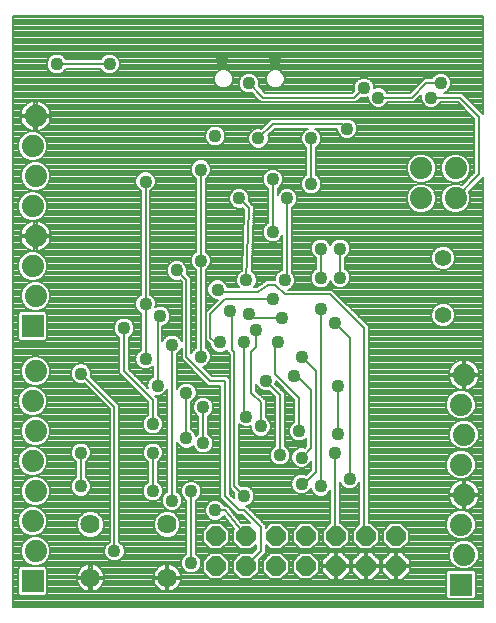
<source format=gbl>
G75*
G70*
%OFA0B0*%
%FSLAX24Y24*%
%IPPOS*%
%LPD*%
%AMOC8*
5,1,8,0,0,1.08239X$1,22.5*
%
%ADD10C,0.0560*%
%ADD11R,0.0740X0.0740*%
%ADD12C,0.0740*%
%ADD13OC8,0.0640*%
%ADD14C,0.0640*%
%ADD15C,0.0436*%
%ADD16C,0.0080*%
D10*
X014621Y010011D03*
X014621Y011911D03*
D11*
X015211Y001021D03*
X000931Y001141D03*
X000931Y009641D03*
D12*
X001031Y010641D03*
X000931Y011641D03*
X001031Y012641D03*
X000931Y013641D03*
X001031Y014641D03*
X000931Y015641D03*
X001031Y016641D03*
X001031Y008141D03*
X000931Y007141D03*
X001031Y006141D03*
X000931Y005141D03*
X001031Y004141D03*
X000931Y003141D03*
X001031Y002141D03*
X013891Y013901D03*
X013891Y014901D03*
X015031Y014901D03*
X015031Y013901D03*
X015311Y008021D03*
X015211Y007021D03*
X015311Y006021D03*
X015211Y005021D03*
X015311Y004021D03*
X015211Y003021D03*
X015311Y002021D03*
D13*
X013041Y001641D03*
X013041Y002641D03*
X012041Y002641D03*
X012041Y001641D03*
X011041Y001641D03*
X011041Y002641D03*
X010041Y002641D03*
X010041Y001641D03*
X009041Y001641D03*
X009041Y002641D03*
X008041Y002641D03*
X008041Y001641D03*
X007041Y001641D03*
X007041Y002641D03*
D14*
X005421Y003031D03*
X005421Y001251D03*
X002861Y001251D03*
X002861Y003031D03*
D15*
X003661Y002141D03*
X004941Y004141D03*
X005581Y003821D03*
X006221Y004141D03*
X007021Y003501D03*
X007981Y003981D03*
X009181Y005341D03*
X009901Y005261D03*
X009901Y004381D03*
X010541Y004301D03*
X011021Y005421D03*
X011101Y006061D03*
X011501Y004541D03*
X009821Y006141D03*
X008541Y006301D03*
X008061Y006621D03*
X008701Y007821D03*
X009661Y007981D03*
X009901Y008621D03*
X009101Y009101D03*
X009261Y009901D03*
X008941Y010541D03*
X009341Y011181D03*
X010541Y011249D03*
X011181Y011261D03*
X011181Y012221D03*
X010541Y012221D03*
X009421Y013901D03*
X008941Y014541D03*
X007821Y013901D03*
X008941Y012781D03*
X008061Y011181D03*
X008141Y010061D03*
X008381Y009501D03*
X007981Y009101D03*
X007181Y009101D03*
X006541Y008621D03*
X005581Y009021D03*
X005181Y009981D03*
X004701Y010381D03*
X003981Y009581D03*
X004701Y008541D03*
X005101Y007661D03*
X006061Y007421D03*
X006621Y006941D03*
X006061Y005901D03*
X006621Y005741D03*
X004941Y005421D03*
X004941Y006381D03*
X002541Y005421D03*
X002541Y004301D03*
X002541Y008061D03*
X005741Y011501D03*
X006541Y011821D03*
X007101Y010861D03*
X007501Y010141D03*
X010541Y010221D03*
X011021Y009741D03*
X011101Y007661D03*
X006221Y001741D03*
X010221Y014381D03*
X010221Y015901D03*
X011421Y016221D03*
X012461Y017261D03*
X011981Y017581D03*
X014221Y017261D03*
X014541Y017741D03*
X009021Y018541D03*
X008141Y017741D03*
X007261Y018541D03*
X007021Y015981D03*
X006541Y014861D03*
X008461Y015901D03*
X004701Y014461D03*
X003501Y018381D03*
X001741Y018381D03*
D16*
X000281Y019977D02*
X000281Y000281D01*
X015951Y000281D01*
X015951Y014605D01*
X015935Y014588D01*
X015471Y014119D01*
X015521Y013999D01*
X015521Y013804D01*
X015446Y013624D01*
X015309Y013486D01*
X015129Y013411D01*
X014934Y013411D01*
X014754Y013486D01*
X014616Y013624D01*
X014541Y013804D01*
X014541Y013999D01*
X014616Y014179D01*
X014754Y014316D01*
X014934Y014391D01*
X015129Y014391D01*
X015243Y014344D01*
X015661Y014767D01*
X015661Y016555D01*
X015115Y017101D01*
X014521Y017101D01*
X014508Y017070D01*
X014413Y016974D01*
X014288Y016923D01*
X014154Y016923D01*
X014030Y016974D01*
X013934Y017070D01*
X013883Y017194D01*
X013883Y017328D01*
X013889Y017343D01*
X013647Y017101D01*
X013515Y017101D01*
X012761Y017101D01*
X012748Y017070D01*
X012653Y016974D01*
X012528Y016923D01*
X012394Y016923D01*
X012270Y016974D01*
X012174Y017070D01*
X012123Y017194D01*
X012123Y017274D01*
X012048Y017243D01*
X011914Y017243D01*
X011882Y017256D01*
X011727Y017101D01*
X011595Y017101D01*
X008555Y017101D01*
X008461Y017195D01*
X008240Y017416D01*
X008208Y017403D01*
X008074Y017403D01*
X007950Y017454D01*
X007854Y017550D01*
X007803Y017674D01*
X007803Y017808D01*
X007854Y017933D01*
X007950Y018028D01*
X008074Y018079D01*
X008208Y018079D01*
X008333Y018028D01*
X008428Y017933D01*
X008479Y017808D01*
X008479Y017674D01*
X008466Y017642D01*
X008687Y017421D01*
X011595Y017421D01*
X011656Y017482D01*
X011643Y017514D01*
X011643Y017648D01*
X011694Y017773D01*
X011790Y017868D01*
X011914Y017919D01*
X012048Y017919D01*
X012173Y017868D01*
X012268Y017773D01*
X012319Y017648D01*
X012319Y017568D01*
X012394Y017599D01*
X012528Y017599D01*
X012653Y017548D01*
X012748Y017453D01*
X012761Y017421D01*
X013515Y017421D01*
X013901Y017807D01*
X013995Y017901D01*
X014241Y017901D01*
X014254Y017933D01*
X014350Y018028D01*
X014474Y018079D01*
X014608Y018079D01*
X014733Y018028D01*
X014828Y017933D01*
X014879Y017808D01*
X014879Y017674D01*
X014828Y017550D01*
X014733Y017454D01*
X014652Y017421D01*
X015247Y017421D01*
X015341Y017327D01*
X015951Y016717D01*
X015951Y019977D01*
X000281Y019977D01*
X000281Y019934D02*
X015951Y019934D01*
X015951Y019855D02*
X000281Y019855D01*
X000281Y019777D02*
X015951Y019777D01*
X015951Y019698D02*
X000281Y019698D01*
X000281Y019620D02*
X015951Y019620D01*
X015951Y019541D02*
X000281Y019541D01*
X000281Y019463D02*
X015951Y019463D01*
X015951Y019384D02*
X000281Y019384D01*
X000281Y019306D02*
X015951Y019306D01*
X015951Y019227D02*
X000281Y019227D01*
X000281Y019149D02*
X015951Y019149D01*
X015951Y019070D02*
X000281Y019070D01*
X000281Y018991D02*
X015951Y018991D01*
X015951Y018913D02*
X000281Y018913D01*
X000281Y018834D02*
X015951Y018834D01*
X015951Y018756D02*
X000281Y018756D01*
X000281Y018677D02*
X001573Y018677D01*
X001550Y018668D02*
X001454Y018573D01*
X001403Y018448D01*
X001403Y018314D01*
X001454Y018190D01*
X001550Y018094D01*
X001674Y018043D01*
X001808Y018043D01*
X001933Y018094D01*
X002028Y018190D01*
X002041Y018221D01*
X003201Y018221D01*
X003214Y018190D01*
X003310Y018094D01*
X003434Y018043D01*
X003568Y018043D01*
X003693Y018094D01*
X003788Y018190D01*
X003839Y018314D01*
X003839Y018448D01*
X003788Y018573D01*
X003693Y018668D01*
X003568Y018719D01*
X003434Y018719D01*
X003310Y018668D01*
X003214Y018573D01*
X003201Y018541D01*
X002041Y018541D01*
X002028Y018573D01*
X001933Y018668D01*
X001808Y018719D01*
X001674Y018719D01*
X001550Y018668D01*
X001481Y018599D02*
X000281Y018599D01*
X000281Y018520D02*
X001433Y018520D01*
X001403Y018442D02*
X000281Y018442D01*
X000281Y018363D02*
X001403Y018363D01*
X001415Y018285D02*
X000281Y018285D01*
X000281Y018206D02*
X001448Y018206D01*
X001516Y018128D02*
X000281Y018128D01*
X000281Y018049D02*
X001659Y018049D01*
X001823Y018049D02*
X003419Y018049D01*
X003276Y018128D02*
X001966Y018128D01*
X002035Y018206D02*
X003208Y018206D01*
X003501Y018381D02*
X001741Y018381D01*
X001909Y018677D02*
X003333Y018677D01*
X003241Y018599D02*
X002002Y018599D01*
X001241Y017106D02*
X008549Y017106D01*
X008471Y017185D02*
X000281Y017185D01*
X000281Y017264D02*
X008392Y017264D01*
X008314Y017342D02*
X000281Y017342D01*
X000281Y017421D02*
X008031Y017421D01*
X007905Y017499D02*
X000281Y017499D01*
X000281Y017578D02*
X007199Y017578D01*
X007232Y017564D02*
X007358Y017564D01*
X007475Y017612D01*
X007564Y017701D01*
X007612Y017818D01*
X007612Y017944D01*
X007564Y018061D01*
X007475Y018150D01*
X007358Y018198D01*
X007232Y018198D01*
X007115Y018150D01*
X007026Y018061D01*
X006978Y017944D01*
X006978Y017818D01*
X007026Y017701D01*
X007115Y017612D01*
X007232Y017564D01*
X007391Y017578D02*
X007843Y017578D01*
X007810Y017656D02*
X007519Y017656D01*
X007578Y017735D02*
X007803Y017735D01*
X007805Y017813D02*
X007610Y017813D01*
X007612Y017892D02*
X007838Y017892D01*
X007892Y017970D02*
X007601Y017970D01*
X007569Y018049D02*
X008001Y018049D01*
X008281Y018049D02*
X008754Y018049D01*
X008758Y018061D02*
X008710Y017944D01*
X008710Y017818D01*
X008758Y017701D01*
X008848Y017612D01*
X008964Y017564D01*
X009090Y017564D01*
X009207Y017612D01*
X009296Y017701D01*
X009344Y017818D01*
X009344Y017944D01*
X009296Y018061D01*
X009207Y018150D01*
X009090Y018198D01*
X008964Y018198D01*
X008848Y018150D01*
X008758Y018061D01*
X008825Y018128D02*
X007497Y018128D01*
X007093Y018128D02*
X003726Y018128D01*
X003795Y018206D02*
X015951Y018206D01*
X015951Y018128D02*
X009229Y018128D01*
X009301Y018049D02*
X014401Y018049D01*
X014292Y017970D02*
X009334Y017970D01*
X009344Y017892D02*
X011848Y017892D01*
X011735Y017813D02*
X009342Y017813D01*
X009310Y017735D02*
X011679Y017735D01*
X011646Y017656D02*
X009251Y017656D01*
X009124Y017578D02*
X011643Y017578D01*
X011649Y017499D02*
X008609Y017499D01*
X008531Y017578D02*
X008931Y017578D01*
X008804Y017656D02*
X008472Y017656D01*
X008479Y017735D02*
X008744Y017735D01*
X008712Y017813D02*
X008477Y017813D01*
X008445Y017892D02*
X008710Y017892D01*
X008721Y017970D02*
X008390Y017970D01*
X008141Y017741D02*
X008621Y017261D01*
X011661Y017261D01*
X011981Y017581D01*
X012114Y017892D02*
X013986Y017892D01*
X013907Y017813D02*
X012227Y017813D01*
X012283Y017735D02*
X013829Y017735D01*
X013750Y017656D02*
X012316Y017656D01*
X012319Y017578D02*
X012342Y017578D01*
X012580Y017578D02*
X013671Y017578D01*
X013593Y017499D02*
X012701Y017499D01*
X012461Y017261D02*
X013581Y017261D01*
X014061Y017741D01*
X014541Y017741D01*
X014681Y018049D02*
X015951Y018049D01*
X015951Y017970D02*
X014790Y017970D01*
X014845Y017892D02*
X015951Y017892D01*
X015951Y017813D02*
X014877Y017813D01*
X014879Y017735D02*
X015951Y017735D01*
X015951Y017656D02*
X014872Y017656D01*
X014839Y017578D02*
X015951Y017578D01*
X015951Y017499D02*
X014777Y017499D01*
X014466Y017028D02*
X015188Y017028D01*
X015267Y016949D02*
X014352Y016949D01*
X014221Y017261D02*
X015181Y017261D01*
X015821Y016621D01*
X015821Y014701D01*
X015031Y013901D01*
X014852Y014357D02*
X014070Y014357D01*
X014049Y014436D02*
X014874Y014436D01*
X014934Y014411D02*
X015129Y014411D01*
X015309Y014486D01*
X015446Y014624D01*
X015521Y014804D01*
X015521Y014999D01*
X015446Y015179D01*
X015309Y015316D01*
X015129Y015391D01*
X014934Y015391D01*
X014754Y015316D01*
X014616Y015179D01*
X014541Y014999D01*
X014541Y014804D01*
X014616Y014624D01*
X014754Y014486D01*
X014934Y014411D01*
X014725Y014515D02*
X014197Y014515D01*
X014169Y014486D02*
X014306Y014624D01*
X014381Y014804D01*
X014381Y014999D01*
X014306Y015179D01*
X014169Y015316D01*
X013989Y015391D01*
X013794Y015391D01*
X013614Y015316D01*
X013476Y015179D01*
X013401Y014999D01*
X013401Y014804D01*
X013476Y014624D01*
X013614Y014486D01*
X013794Y014411D01*
X013989Y014411D01*
X014169Y014486D01*
X014276Y014593D02*
X014646Y014593D01*
X014596Y014672D02*
X014326Y014672D01*
X014359Y014750D02*
X014563Y014750D01*
X014541Y014829D02*
X014381Y014829D01*
X014381Y014907D02*
X014541Y014907D01*
X014541Y014986D02*
X014381Y014986D01*
X014354Y015064D02*
X014568Y015064D01*
X014601Y015143D02*
X014321Y015143D01*
X014264Y015221D02*
X014658Y015221D01*
X014737Y015300D02*
X014185Y015300D01*
X014019Y015379D02*
X014903Y015379D01*
X015159Y015379D02*
X015661Y015379D01*
X015661Y015457D02*
X010381Y015457D01*
X010381Y015379D02*
X013763Y015379D01*
X013597Y015300D02*
X010381Y015300D01*
X010381Y015221D02*
X013518Y015221D01*
X013461Y015143D02*
X010381Y015143D01*
X010381Y015064D02*
X013428Y015064D01*
X013401Y014986D02*
X010381Y014986D01*
X010381Y014907D02*
X013401Y014907D01*
X013401Y014829D02*
X010381Y014829D01*
X010381Y014750D02*
X013423Y014750D01*
X013456Y014672D02*
X010403Y014672D01*
X010413Y014668D02*
X010381Y014681D01*
X010381Y015601D01*
X010413Y015614D01*
X010508Y015710D01*
X010559Y015834D01*
X010559Y015968D01*
X010508Y016093D01*
X010413Y016188D01*
X010332Y016221D01*
X011083Y016221D01*
X011083Y016154D01*
X011134Y016030D01*
X011230Y015934D01*
X011354Y015883D01*
X011488Y015883D01*
X011613Y015934D01*
X011708Y016030D01*
X011759Y016154D01*
X011759Y016288D01*
X011708Y016413D01*
X011613Y016508D01*
X011488Y016559D01*
X011354Y016559D01*
X011310Y016541D01*
X011195Y016541D01*
X008875Y016541D01*
X008781Y016447D01*
X008560Y016226D01*
X008528Y016239D01*
X008394Y016239D01*
X008270Y016188D01*
X008174Y016093D01*
X008123Y015968D01*
X008123Y015834D01*
X008174Y015710D01*
X008270Y015614D01*
X001421Y015614D01*
X001421Y015544D02*
X001346Y015364D01*
X001209Y015226D01*
X001029Y015151D01*
X000834Y015151D01*
X000654Y015226D01*
X000516Y015364D01*
X000441Y015544D01*
X000441Y015739D01*
X000516Y015919D01*
X000654Y016056D01*
X000834Y016131D01*
X001029Y016131D01*
X001209Y016056D01*
X001346Y015919D01*
X001421Y015739D01*
X001421Y015544D01*
X001418Y015536D02*
X010061Y015536D01*
X010061Y015601D02*
X010061Y014681D01*
X010030Y014668D01*
X009934Y014573D01*
X009883Y014448D01*
X009883Y014314D01*
X009934Y014190D01*
X010030Y014094D01*
X010154Y014043D01*
X010288Y014043D01*
X010413Y014094D01*
X010508Y014190D01*
X010559Y014314D01*
X010559Y014448D01*
X010508Y014573D01*
X010413Y014668D01*
X010487Y014593D02*
X013506Y014593D01*
X013585Y014515D02*
X010532Y014515D01*
X010559Y014436D02*
X013734Y014436D01*
X013794Y014391D02*
X013614Y014316D01*
X013476Y014179D01*
X013401Y013999D01*
X013401Y013804D01*
X013476Y013624D01*
X013614Y013486D01*
X013794Y013411D01*
X013989Y013411D01*
X014169Y013486D01*
X014306Y013624D01*
X014381Y013804D01*
X014381Y013999D01*
X014306Y014179D01*
X014169Y014316D01*
X013989Y014391D01*
X013794Y014391D01*
X013712Y014357D02*
X010559Y014357D01*
X010545Y014279D02*
X013576Y014279D01*
X013497Y014200D02*
X010512Y014200D01*
X010440Y014122D02*
X013452Y014122D01*
X013420Y014043D02*
X010289Y014043D01*
X010153Y014043D02*
X009728Y014043D01*
X009708Y014093D02*
X009759Y013968D01*
X009759Y013834D01*
X009708Y013710D01*
X009613Y013614D01*
X009581Y013601D01*
X009581Y011419D01*
X009628Y011373D01*
X009679Y011248D01*
X009679Y011114D01*
X009628Y010990D01*
X009533Y010894D01*
X009452Y010861D01*
X010795Y010861D01*
X010927Y010861D01*
X012141Y009647D01*
X012141Y009515D01*
X012141Y003081D01*
X012223Y003081D01*
X012481Y002823D01*
X012481Y002459D01*
X012223Y002201D01*
X011859Y002201D01*
X011601Y002459D01*
X011601Y002823D01*
X011821Y003043D01*
X011821Y004430D01*
X011788Y004350D01*
X011693Y004254D01*
X011568Y004203D01*
X011434Y004203D01*
X011310Y004254D01*
X011214Y004350D01*
X011181Y004430D01*
X011181Y003081D01*
X011223Y003081D01*
X011481Y002823D01*
X011481Y002459D01*
X011223Y002201D01*
X010859Y002201D01*
X010601Y002459D01*
X010601Y002823D01*
X010859Y003081D01*
X010861Y003081D01*
X010861Y004190D01*
X010828Y004110D01*
X010733Y004014D01*
X010608Y003963D01*
X010474Y003963D01*
X010350Y004014D01*
X010254Y004110D01*
X010205Y004230D01*
X010188Y004190D01*
X010093Y004094D01*
X009968Y004043D01*
X009834Y004043D01*
X009710Y004094D01*
X009614Y004190D01*
X009563Y004314D01*
X009563Y004448D01*
X009614Y004573D01*
X009710Y004668D01*
X009834Y004719D01*
X009968Y004719D01*
X010056Y004683D01*
X010221Y004847D01*
X010221Y005150D01*
X010188Y005070D01*
X010093Y004974D01*
X009968Y004923D01*
X009834Y004923D01*
X009710Y004974D01*
X009614Y005070D01*
X009563Y005194D01*
X009563Y005328D01*
X009614Y005453D01*
X009710Y005548D01*
X009834Y005599D01*
X009968Y005599D01*
X010000Y005586D01*
X010061Y005647D01*
X010061Y005903D01*
X010013Y005854D01*
X009888Y005803D01*
X009754Y005803D01*
X009630Y005854D01*
X009534Y005950D01*
X009483Y006074D01*
X009483Y006208D01*
X009534Y006333D01*
X009630Y006428D01*
X009661Y006441D01*
X009661Y007195D01*
X009039Y007817D01*
X009039Y007754D01*
X009026Y007722D01*
X009247Y007501D01*
X009341Y007407D01*
X009341Y005641D01*
X009373Y005628D01*
X009468Y005533D01*
X009519Y005408D01*
X009519Y005274D01*
X009468Y005150D01*
X009373Y005054D01*
X009248Y005003D01*
X009114Y005003D01*
X008990Y005054D01*
X008894Y005150D01*
X008843Y005274D01*
X008843Y005408D01*
X008894Y005533D01*
X008990Y005628D01*
X009021Y005641D01*
X009021Y007275D01*
X008800Y007496D01*
X008768Y007483D01*
X008634Y007483D01*
X008510Y007534D01*
X008414Y007630D01*
X008381Y007710D01*
X008381Y007487D01*
X008701Y007167D01*
X008701Y007035D01*
X008701Y006601D01*
X008733Y006588D01*
X008828Y006493D01*
X008879Y006368D01*
X008879Y006234D01*
X008828Y006110D01*
X009021Y006110D01*
X009021Y006032D02*
X008750Y006032D01*
X008733Y006014D02*
X008828Y006110D01*
X008861Y006189D02*
X009021Y006189D01*
X009021Y006267D02*
X008879Y006267D01*
X008879Y006346D02*
X009021Y006346D01*
X009021Y006425D02*
X008856Y006425D01*
X008817Y006503D02*
X009021Y006503D01*
X009021Y006582D02*
X008739Y006582D01*
X008701Y006660D02*
X009021Y006660D01*
X009021Y006739D02*
X008701Y006739D01*
X008701Y006817D02*
X009021Y006817D01*
X009021Y006896D02*
X008701Y006896D01*
X008701Y006974D02*
X009021Y006974D01*
X009021Y007053D02*
X008701Y007053D01*
X008701Y007131D02*
X009021Y007131D01*
X009021Y007210D02*
X008658Y007210D01*
X008580Y007289D02*
X009007Y007289D01*
X008929Y007367D02*
X008501Y007367D01*
X008423Y007446D02*
X008850Y007446D01*
X009067Y007681D02*
X009175Y007681D01*
X009146Y007603D02*
X009253Y007603D01*
X009224Y007524D02*
X009332Y007524D01*
X009303Y007446D02*
X009410Y007446D01*
X009341Y007367D02*
X009489Y007367D01*
X009567Y007289D02*
X009341Y007289D01*
X009341Y007210D02*
X009646Y007210D01*
X009661Y007131D02*
X009341Y007131D01*
X009341Y007053D02*
X009661Y007053D01*
X009661Y006974D02*
X009341Y006974D01*
X009341Y006896D02*
X009661Y006896D01*
X009661Y006817D02*
X009341Y006817D01*
X009341Y006739D02*
X009661Y006739D01*
X009661Y006660D02*
X009341Y006660D01*
X009341Y006582D02*
X009661Y006582D01*
X009661Y006503D02*
X009341Y006503D01*
X009341Y006425D02*
X009626Y006425D01*
X009548Y006346D02*
X009341Y006346D01*
X009341Y006267D02*
X009508Y006267D01*
X009483Y006189D02*
X009341Y006189D01*
X009341Y006110D02*
X009483Y006110D01*
X009500Y006032D02*
X009341Y006032D01*
X009341Y005953D02*
X009533Y005953D01*
X009609Y005875D02*
X009341Y005875D01*
X009341Y005796D02*
X010061Y005796D01*
X010061Y005718D02*
X009341Y005718D01*
X009345Y005639D02*
X010053Y005639D01*
X010221Y005581D02*
X010221Y007501D01*
X009741Y007981D01*
X009661Y007981D01*
X009901Y008621D02*
X010381Y008141D01*
X010381Y004781D01*
X010061Y004461D01*
X009901Y004381D01*
X009657Y004147D02*
X008278Y004147D01*
X008268Y004173D02*
X008173Y004268D01*
X008048Y004319D01*
X007914Y004319D01*
X007882Y004306D01*
X007821Y004367D01*
X007821Y006383D01*
X007870Y006334D01*
X007994Y006283D01*
X008128Y006283D01*
X008203Y006314D01*
X008203Y006234D01*
X008254Y006110D01*
X007821Y006110D01*
X007821Y006032D02*
X008332Y006032D01*
X008350Y006014D02*
X008474Y005963D01*
X008608Y005963D01*
X008733Y006014D01*
X008541Y006301D02*
X008541Y007101D01*
X008221Y007421D01*
X008221Y008781D01*
X008381Y008941D01*
X008381Y009501D01*
X008141Y009901D02*
X009261Y009901D01*
X008941Y010541D02*
X007341Y010541D01*
X006861Y010061D01*
X006861Y009261D01*
X007021Y009101D01*
X007181Y009101D01*
X007418Y008859D02*
X007421Y008859D01*
X007421Y008863D02*
X007421Y008795D01*
X007501Y008715D01*
X007501Y004235D01*
X007595Y004141D01*
X007656Y004080D01*
X007643Y004048D01*
X007643Y003914D01*
X007649Y003899D01*
X007501Y004047D01*
X007501Y007755D01*
X007501Y007887D01*
X007407Y007981D01*
X006927Y007981D01*
X006620Y008288D01*
X006733Y008334D01*
X006828Y008430D01*
X006879Y008554D01*
X006879Y008688D01*
X006828Y008813D01*
X006733Y008908D01*
X006701Y008921D01*
X006701Y011521D01*
X006733Y011534D01*
X006828Y011630D01*
X006879Y011754D01*
X006879Y011888D01*
X006828Y012013D01*
X006733Y012108D01*
X006701Y012121D01*
X006701Y014561D01*
X006733Y014574D01*
X006828Y014670D01*
X006879Y014794D01*
X006879Y014928D01*
X006828Y015053D01*
X006733Y015148D01*
X006608Y015199D01*
X006474Y015199D01*
X006350Y015148D01*
X006254Y015053D01*
X006203Y014928D01*
X006203Y014794D01*
X006254Y014670D01*
X006350Y014574D01*
X006381Y014561D01*
X006381Y012121D01*
X006350Y012108D01*
X006254Y012013D01*
X006203Y011888D01*
X006203Y011754D01*
X006254Y011630D01*
X006350Y011534D01*
X006381Y011521D01*
X006381Y008921D01*
X006350Y008908D01*
X006254Y008813D01*
X006221Y008732D01*
X006221Y011247D01*
X006127Y011341D01*
X006066Y011402D01*
X006079Y011434D01*
X006079Y011568D01*
X006028Y011693D01*
X005933Y011788D01*
X005808Y011839D01*
X005674Y011839D01*
X005550Y011788D01*
X005454Y011693D01*
X005403Y011568D01*
X005403Y011434D01*
X005454Y011310D01*
X005550Y011214D01*
X005674Y011163D01*
X005808Y011163D01*
X005840Y011176D01*
X005901Y011115D01*
X005901Y009132D01*
X005868Y009213D01*
X005773Y009308D01*
X005648Y009359D01*
X005514Y009359D01*
X005390Y009308D01*
X005294Y009213D01*
X005261Y009132D01*
X005261Y009648D01*
X005373Y009694D01*
X005468Y009790D01*
X005519Y009914D01*
X005519Y010048D01*
X005468Y010173D01*
X005373Y010268D01*
X005248Y010319D01*
X005114Y010319D01*
X005026Y010283D01*
X005039Y010314D01*
X005039Y010448D01*
X004988Y010573D01*
X004893Y010668D01*
X004861Y010681D01*
X004861Y014161D01*
X004893Y014174D01*
X004988Y014270D01*
X005039Y014394D01*
X005039Y014528D01*
X004988Y014653D01*
X004893Y014748D01*
X004768Y014799D01*
X004634Y014799D01*
X004510Y014748D01*
X004414Y014653D01*
X004363Y014528D01*
X004363Y014394D01*
X004414Y014270D01*
X004510Y014174D01*
X004541Y014161D01*
X004541Y010681D01*
X004510Y010668D01*
X004414Y010573D01*
X004363Y010448D01*
X004363Y010314D01*
X004414Y010190D01*
X004510Y010094D01*
X004541Y010081D01*
X004541Y008841D01*
X004510Y008828D01*
X004414Y008733D01*
X004363Y008608D01*
X004363Y008474D01*
X004414Y008350D01*
X004510Y008254D01*
X004634Y008203D01*
X004768Y008203D01*
X004893Y008254D01*
X004941Y008303D01*
X004941Y007961D01*
X004910Y007948D01*
X004814Y007853D01*
X004763Y007728D01*
X004763Y007594D01*
X004769Y007579D01*
X004141Y008207D01*
X004141Y009281D01*
X004173Y009294D01*
X004268Y009390D01*
X004319Y009514D01*
X004319Y009648D01*
X004268Y009773D01*
X004173Y009868D01*
X004048Y009919D01*
X003914Y009919D01*
X003790Y009868D01*
X003694Y009773D01*
X003643Y009648D01*
X003643Y009514D01*
X003694Y009390D01*
X003790Y009294D01*
X003821Y009281D01*
X003821Y008207D01*
X003821Y008075D01*
X004781Y007115D01*
X004781Y006681D01*
X004750Y006668D01*
X004654Y006573D01*
X004603Y006448D01*
X004603Y006314D01*
X004654Y006190D01*
X004750Y006094D01*
X004874Y006043D01*
X005008Y006043D01*
X005133Y006094D01*
X005228Y006190D01*
X005279Y006314D01*
X005279Y006448D01*
X005228Y006573D01*
X005133Y006668D01*
X005101Y006681D01*
X005101Y007115D01*
X005101Y007247D01*
X005019Y007329D01*
X005034Y007323D01*
X005168Y007323D01*
X005293Y007374D01*
X005388Y007470D01*
X005421Y007550D01*
X005421Y004121D01*
X005390Y004108D01*
X005294Y004013D01*
X005243Y003888D01*
X005243Y003754D01*
X003821Y003754D01*
X003821Y003676D02*
X005275Y003676D01*
X005294Y003630D02*
X005243Y003754D01*
X005243Y003833D02*
X005080Y003833D01*
X005133Y003854D02*
X005228Y003950D01*
X005279Y004074D01*
X005279Y004208D01*
X005228Y004333D01*
X005133Y004428D01*
X005101Y004441D01*
X005101Y005121D01*
X005133Y005134D01*
X005228Y005230D01*
X005279Y005354D01*
X005279Y005488D01*
X005228Y005613D01*
X005133Y005708D01*
X005008Y005759D01*
X004874Y005759D01*
X004750Y005708D01*
X004654Y005613D01*
X004603Y005488D01*
X004603Y005354D01*
X004654Y005230D01*
X004750Y005134D01*
X004781Y005121D01*
X004781Y004441D01*
X004750Y004428D01*
X004654Y004333D01*
X004603Y004208D01*
X004603Y004074D01*
X004654Y003950D01*
X004750Y003854D01*
X004874Y003803D01*
X005008Y003803D01*
X005133Y003854D01*
X005189Y003911D02*
X005252Y003911D01*
X005244Y003990D02*
X005285Y003990D01*
X005277Y004068D02*
X005350Y004068D01*
X005279Y004147D02*
X005421Y004147D01*
X005421Y004225D02*
X005272Y004225D01*
X005240Y004304D02*
X005421Y004304D01*
X005421Y004382D02*
X005178Y004382D01*
X005101Y004461D02*
X005421Y004461D01*
X005421Y004540D02*
X005101Y004540D01*
X005101Y004618D02*
X005421Y004618D01*
X005421Y004697D02*
X005101Y004697D01*
X005101Y004775D02*
X005421Y004775D01*
X005421Y004854D02*
X005101Y004854D01*
X005101Y004932D02*
X005421Y004932D01*
X005421Y005011D02*
X005101Y005011D01*
X005101Y005089D02*
X005421Y005089D01*
X005421Y005168D02*
X005166Y005168D01*
X005235Y005246D02*
X005421Y005246D01*
X005421Y005325D02*
X005267Y005325D01*
X005279Y005404D02*
X005421Y005404D01*
X005421Y005482D02*
X005279Y005482D01*
X005249Y005561D02*
X005421Y005561D01*
X005421Y005639D02*
X005201Y005639D01*
X005109Y005718D02*
X005421Y005718D01*
X005421Y005796D02*
X003821Y005796D01*
X003821Y005718D02*
X004774Y005718D01*
X004681Y005639D02*
X003821Y005639D01*
X003821Y005561D02*
X004633Y005561D01*
X004603Y005482D02*
X003821Y005482D01*
X003821Y005404D02*
X004603Y005404D01*
X004615Y005325D02*
X003821Y005325D01*
X003821Y005246D02*
X004647Y005246D01*
X004716Y005168D02*
X003821Y005168D01*
X003821Y005089D02*
X004781Y005089D01*
X004781Y005011D02*
X003821Y005011D01*
X003821Y004932D02*
X004781Y004932D01*
X004781Y004854D02*
X003821Y004854D01*
X003821Y004775D02*
X004781Y004775D01*
X004781Y004697D02*
X003821Y004697D01*
X003821Y004618D02*
X004781Y004618D01*
X004781Y004540D02*
X003821Y004540D01*
X003821Y004461D02*
X004781Y004461D01*
X004704Y004382D02*
X003821Y004382D01*
X003821Y004304D02*
X004643Y004304D01*
X004610Y004225D02*
X003821Y004225D01*
X003821Y004147D02*
X004603Y004147D01*
X004605Y004068D02*
X003821Y004068D01*
X003821Y003990D02*
X004638Y003990D01*
X004693Y003911D02*
X003821Y003911D01*
X003821Y003833D02*
X004802Y003833D01*
X004941Y004141D02*
X004941Y005421D01*
X005421Y005875D02*
X003821Y005875D01*
X003821Y005953D02*
X005421Y005953D01*
X005421Y006032D02*
X003821Y006032D01*
X003821Y006110D02*
X004734Y006110D01*
X004655Y006189D02*
X003821Y006189D01*
X003821Y006267D02*
X004622Y006267D01*
X004603Y006346D02*
X003821Y006346D01*
X003821Y006425D02*
X004603Y006425D01*
X004626Y006503D02*
X003821Y006503D01*
X003821Y006582D02*
X004664Y006582D01*
X004742Y006660D02*
X003821Y006660D01*
X003821Y006739D02*
X004781Y006739D01*
X004781Y006817D02*
X003821Y006817D01*
X003821Y006875D02*
X003821Y007007D01*
X002866Y007962D01*
X002879Y007994D01*
X002879Y008128D01*
X002828Y008253D01*
X002733Y008348D01*
X002608Y008399D01*
X002474Y008399D01*
X002350Y008348D01*
X002254Y008253D01*
X002203Y008128D01*
X002203Y007994D01*
X002254Y007870D01*
X002350Y007774D01*
X002474Y007723D01*
X002608Y007723D01*
X002640Y007736D01*
X003501Y006875D01*
X003501Y002441D01*
X003470Y002428D01*
X003374Y002333D01*
X003323Y002208D01*
X003323Y002074D01*
X003374Y001950D01*
X003470Y001854D01*
X003594Y001803D01*
X003728Y001803D01*
X003853Y001854D01*
X003948Y001950D01*
X003999Y002074D01*
X003999Y002208D01*
X003948Y002333D01*
X003853Y002428D01*
X003821Y002441D01*
X003821Y006875D01*
X003821Y006896D02*
X004781Y006896D01*
X004781Y006974D02*
X003821Y006974D01*
X003776Y007053D02*
X004781Y007053D01*
X004764Y007131D02*
X003697Y007131D01*
X003618Y007210D02*
X004686Y007210D01*
X004607Y007289D02*
X003540Y007289D01*
X003461Y007367D02*
X004529Y007367D01*
X004450Y007446D02*
X003383Y007446D01*
X003304Y007524D02*
X004372Y007524D01*
X004293Y007603D02*
X003226Y007603D01*
X003147Y007681D02*
X004215Y007681D01*
X004136Y007760D02*
X003069Y007760D01*
X002990Y007838D02*
X004058Y007838D01*
X003979Y007917D02*
X002912Y007917D01*
X002879Y007995D02*
X003900Y007995D01*
X003822Y008074D02*
X002879Y008074D01*
X002869Y008153D02*
X003821Y008153D01*
X003821Y008231D02*
X002837Y008231D01*
X002771Y008310D02*
X003821Y008310D01*
X003821Y008388D02*
X002635Y008388D01*
X002447Y008388D02*
X001459Y008388D01*
X001446Y008419D02*
X001309Y008556D01*
X001129Y008631D01*
X000934Y008631D01*
X000754Y008556D01*
X000616Y008419D01*
X000541Y008239D01*
X000541Y008044D01*
X000616Y007864D01*
X000754Y007726D01*
X000934Y007651D01*
X001129Y007651D01*
X001309Y007726D01*
X001446Y007864D01*
X001521Y008044D01*
X001521Y008239D01*
X001446Y008419D01*
X001398Y008467D02*
X003821Y008467D01*
X003821Y008545D02*
X001320Y008545D01*
X001146Y008624D02*
X003821Y008624D01*
X003821Y008702D02*
X000281Y008702D01*
X000281Y008624D02*
X000916Y008624D01*
X000742Y008545D02*
X000281Y008545D01*
X000281Y008467D02*
X000664Y008467D01*
X000603Y008388D02*
X000281Y008388D01*
X000281Y008310D02*
X000571Y008310D01*
X000541Y008231D02*
X000281Y008231D01*
X000281Y008153D02*
X000541Y008153D01*
X000541Y008074D02*
X000281Y008074D01*
X000281Y007995D02*
X000561Y007995D01*
X000594Y007917D02*
X000281Y007917D01*
X000281Y007838D02*
X000641Y007838D01*
X000719Y007760D02*
X000281Y007760D01*
X000281Y007681D02*
X000861Y007681D01*
X000834Y007631D02*
X000654Y007556D01*
X000516Y007419D01*
X000441Y007239D01*
X000441Y007044D01*
X000516Y006864D01*
X000654Y006726D01*
X000834Y006651D01*
X001029Y006651D01*
X001209Y006726D01*
X001346Y006864D01*
X001421Y007044D01*
X001421Y007239D01*
X001346Y007419D01*
X001209Y007556D01*
X001029Y007631D01*
X000834Y007631D01*
X000765Y007603D02*
X000281Y007603D01*
X000281Y007524D02*
X000621Y007524D01*
X000543Y007446D02*
X000281Y007446D01*
X000281Y007367D02*
X000494Y007367D01*
X000462Y007289D02*
X000281Y007289D01*
X000281Y007210D02*
X000441Y007210D01*
X000441Y007131D02*
X000281Y007131D01*
X000281Y007053D02*
X000441Y007053D01*
X000470Y006974D02*
X000281Y006974D01*
X000281Y006896D02*
X000502Y006896D01*
X000562Y006817D02*
X000281Y006817D01*
X000281Y006739D02*
X000640Y006739D01*
X000812Y006660D02*
X000281Y006660D01*
X000281Y006582D02*
X000814Y006582D01*
X000754Y006556D02*
X000616Y006419D01*
X000541Y006239D01*
X000541Y006044D01*
X000616Y005864D01*
X000754Y005726D01*
X000934Y005651D01*
X001129Y005651D01*
X001309Y005726D01*
X001446Y005864D01*
X001521Y006044D01*
X001521Y006239D01*
X001446Y006419D01*
X001309Y006556D01*
X001129Y006631D01*
X000934Y006631D01*
X000754Y006556D01*
X000700Y006503D02*
X000281Y006503D01*
X000281Y006425D02*
X000622Y006425D01*
X000586Y006346D02*
X000281Y006346D01*
X000281Y006267D02*
X000553Y006267D01*
X000541Y006189D02*
X000281Y006189D01*
X000281Y006110D02*
X000541Y006110D01*
X000546Y006032D02*
X000281Y006032D01*
X000281Y005953D02*
X000579Y005953D01*
X000611Y005875D02*
X000281Y005875D01*
X000281Y005796D02*
X000683Y005796D01*
X000773Y005718D02*
X000281Y005718D01*
X000281Y005639D02*
X002281Y005639D01*
X002254Y005613D02*
X002203Y005488D01*
X002203Y005354D01*
X002254Y005230D01*
X002350Y005134D01*
X002381Y005121D01*
X002381Y004601D01*
X002350Y004588D01*
X002254Y004493D01*
X002203Y004368D01*
X002203Y004234D01*
X002254Y004110D01*
X002350Y004014D01*
X002474Y003963D01*
X002608Y003963D01*
X002733Y004014D01*
X002828Y004110D01*
X002879Y004234D01*
X002879Y004368D01*
X002828Y004493D01*
X002733Y004588D01*
X002701Y004601D01*
X002701Y005121D01*
X002733Y005134D01*
X002828Y005230D01*
X002879Y005354D01*
X002879Y005488D01*
X002828Y005613D01*
X002733Y005708D01*
X002608Y005759D01*
X002474Y005759D01*
X002350Y005708D01*
X002254Y005613D01*
X002233Y005561D02*
X001199Y005561D01*
X001209Y005556D02*
X001029Y005631D01*
X000834Y005631D01*
X000654Y005556D01*
X000516Y005419D01*
X000441Y005239D01*
X000441Y005044D01*
X000516Y004864D01*
X000654Y004726D01*
X000834Y004651D01*
X001029Y004651D01*
X001209Y004726D01*
X001346Y004864D01*
X001421Y005044D01*
X001421Y005239D01*
X001346Y005419D01*
X001209Y005556D01*
X001283Y005482D02*
X002203Y005482D01*
X002203Y005404D02*
X001353Y005404D01*
X001385Y005325D02*
X002215Y005325D01*
X002247Y005246D02*
X001418Y005246D01*
X001421Y005168D02*
X002316Y005168D01*
X002381Y005089D02*
X001421Y005089D01*
X001407Y005011D02*
X002381Y005011D01*
X002381Y004932D02*
X001375Y004932D01*
X001337Y004854D02*
X002381Y004854D01*
X002381Y004775D02*
X001258Y004775D01*
X001138Y004697D02*
X002381Y004697D01*
X002381Y004618D02*
X001160Y004618D01*
X001129Y004631D02*
X000934Y004631D01*
X000754Y004556D01*
X000616Y004419D01*
X000541Y004239D01*
X000541Y004044D01*
X000616Y003864D01*
X000754Y003726D01*
X000934Y003651D01*
X001129Y003651D01*
X001309Y003726D01*
X001446Y003864D01*
X001521Y004044D01*
X001521Y004239D01*
X001446Y004419D01*
X001309Y004556D01*
X001129Y004631D01*
X000902Y004618D02*
X000281Y004618D01*
X000281Y004540D02*
X000737Y004540D01*
X000658Y004461D02*
X000281Y004461D01*
X000281Y004382D02*
X000601Y004382D01*
X000568Y004304D02*
X000281Y004304D01*
X000281Y004225D02*
X000541Y004225D01*
X000541Y004147D02*
X000281Y004147D01*
X000281Y004068D02*
X000541Y004068D01*
X000563Y003990D02*
X000281Y003990D01*
X000281Y003911D02*
X000596Y003911D01*
X000647Y003833D02*
X000281Y003833D01*
X000281Y003754D02*
X000725Y003754D01*
X000751Y003597D02*
X000281Y003597D01*
X000281Y003518D02*
X000616Y003518D01*
X000654Y003556D02*
X000516Y003419D01*
X000441Y003239D01*
X000441Y003044D01*
X000516Y002864D01*
X000654Y002726D01*
X000834Y002651D01*
X001029Y002651D01*
X001209Y002726D01*
X001346Y002864D01*
X001421Y003044D01*
X001421Y003239D01*
X001346Y003419D01*
X001209Y003556D01*
X001029Y003631D01*
X000834Y003631D01*
X000654Y003556D01*
X000537Y003440D02*
X000281Y003440D01*
X000281Y003361D02*
X000492Y003361D01*
X000459Y003283D02*
X000281Y003283D01*
X000281Y003204D02*
X000441Y003204D01*
X000441Y003126D02*
X000281Y003126D01*
X000281Y003047D02*
X000441Y003047D01*
X000472Y002969D02*
X000281Y002969D01*
X000281Y002890D02*
X000505Y002890D01*
X000568Y002812D02*
X000281Y002812D01*
X000281Y002733D02*
X000646Y002733D01*
X000754Y002556D02*
X000616Y002419D01*
X000281Y002419D01*
X000281Y002497D02*
X000694Y002497D01*
X000754Y002556D02*
X000934Y002631D01*
X001129Y002631D01*
X001309Y002556D01*
X001446Y002419D01*
X003461Y002419D01*
X003501Y002497D02*
X001368Y002497D01*
X001446Y002419D02*
X001521Y002239D01*
X001521Y002044D01*
X001446Y001864D01*
X001309Y001726D01*
X001129Y001651D01*
X000934Y001651D01*
X000754Y001726D01*
X000616Y001864D01*
X000541Y002044D01*
X000541Y002239D01*
X000616Y002419D01*
X000583Y002340D02*
X000281Y002340D01*
X000281Y002262D02*
X000551Y002262D01*
X000541Y002183D02*
X000281Y002183D01*
X000281Y002105D02*
X000541Y002105D01*
X000548Y002026D02*
X000281Y002026D01*
X000281Y001948D02*
X000581Y001948D01*
X000613Y001869D02*
X000281Y001869D01*
X000281Y001791D02*
X000689Y001791D01*
X000787Y001712D02*
X000281Y001712D01*
X000281Y001633D02*
X002605Y001633D01*
X002620Y001644D02*
X002561Y001602D01*
X002510Y001551D01*
X002468Y001492D01*
X002435Y001428D01*
X002412Y001359D01*
X002402Y001291D01*
X002821Y001291D01*
X002821Y001211D01*
X002901Y001211D01*
X002901Y000792D01*
X002969Y000802D01*
X003038Y000825D01*
X003102Y000858D01*
X003161Y000900D01*
X003212Y000951D01*
X003254Y001010D01*
X003287Y001074D01*
X003310Y001143D01*
X003320Y001211D01*
X002901Y001211D01*
X002901Y001291D01*
X003320Y001291D01*
X003310Y001359D01*
X003287Y001428D01*
X003254Y001492D01*
X003212Y001551D01*
X003161Y001602D01*
X003102Y001644D01*
X003038Y001677D01*
X002969Y001700D01*
X002901Y001710D01*
X002901Y001291D01*
X002821Y001291D01*
X002821Y001710D01*
X002753Y001700D01*
X002684Y001677D01*
X002620Y001644D01*
X002514Y001555D02*
X001421Y001555D01*
X001421Y001561D02*
X001351Y001631D01*
X000511Y001631D01*
X000441Y001561D01*
X000441Y000721D01*
X000511Y000651D01*
X001351Y000651D01*
X001421Y000721D01*
X001421Y001561D01*
X001421Y001476D02*
X002460Y001476D01*
X002425Y001398D02*
X001421Y001398D01*
X001421Y001319D02*
X002406Y001319D01*
X002402Y001211D02*
X002412Y001143D01*
X002435Y001074D01*
X002468Y001010D01*
X002510Y000951D01*
X002561Y000900D01*
X002620Y000858D01*
X002684Y000825D01*
X002753Y000802D01*
X002821Y000792D01*
X002821Y001211D01*
X002402Y001211D01*
X002409Y001162D02*
X001421Y001162D01*
X001421Y001084D02*
X002432Y001084D01*
X002471Y001005D02*
X001421Y001005D01*
X001421Y000927D02*
X002535Y000927D01*
X002639Y000848D02*
X001421Y000848D01*
X001421Y000769D02*
X014721Y000769D01*
X014721Y000691D02*
X001391Y000691D01*
X001421Y001241D02*
X002821Y001241D01*
X002821Y001319D02*
X002901Y001319D01*
X002901Y001241D02*
X005381Y001241D01*
X005381Y001211D02*
X005381Y001291D01*
X004962Y001291D01*
X004972Y001359D01*
X004995Y001428D01*
X005028Y001492D01*
X005070Y001551D01*
X005121Y001602D01*
X005180Y001644D01*
X005244Y001677D01*
X005313Y001700D01*
X005381Y001710D01*
X005381Y001291D01*
X005461Y001291D01*
X005880Y001291D01*
X005870Y001359D01*
X005847Y001428D01*
X005814Y001492D01*
X005772Y001551D01*
X005721Y001602D01*
X005662Y001644D01*
X005598Y001677D01*
X005529Y001700D01*
X005461Y001710D01*
X005461Y001291D01*
X005461Y001211D01*
X005461Y000792D01*
X005529Y000802D01*
X005598Y000825D01*
X005662Y000858D01*
X005721Y000900D01*
X005772Y000951D01*
X005814Y001010D01*
X005847Y001074D01*
X005870Y001143D01*
X005880Y001211D01*
X005461Y001211D01*
X005381Y001211D01*
X005381Y000792D01*
X005313Y000802D01*
X005244Y000825D01*
X005180Y000858D01*
X005121Y000900D01*
X005070Y000951D01*
X005028Y001010D01*
X004995Y001074D01*
X004972Y001143D01*
X004962Y001211D01*
X005381Y001211D01*
X005381Y001162D02*
X005461Y001162D01*
X005461Y001084D02*
X005381Y001084D01*
X005381Y001005D02*
X005461Y001005D01*
X005461Y000927D02*
X005381Y000927D01*
X005381Y000848D02*
X005461Y000848D01*
X005643Y000848D02*
X014721Y000848D01*
X014721Y000927D02*
X005747Y000927D01*
X005811Y001005D02*
X014721Y001005D01*
X014721Y001084D02*
X005850Y001084D01*
X005873Y001162D02*
X014721Y001162D01*
X014721Y001241D02*
X013291Y001241D01*
X013232Y001181D02*
X013081Y001181D01*
X013081Y001601D01*
X013001Y001601D01*
X013001Y001181D01*
X012851Y001181D01*
X012581Y001451D01*
X012581Y001601D01*
X013001Y001601D01*
X013001Y001681D01*
X012581Y001681D01*
X012581Y001832D01*
X012851Y002101D01*
X013001Y002101D01*
X013001Y001681D01*
X013081Y001681D01*
X013501Y001681D01*
X013501Y001832D01*
X013232Y002101D01*
X013081Y002101D01*
X013081Y001681D01*
X013081Y001601D01*
X013501Y001601D01*
X013501Y001451D01*
X013232Y001181D01*
X013081Y001241D02*
X013001Y001241D01*
X013001Y001319D02*
X013081Y001319D01*
X013081Y001398D02*
X013001Y001398D01*
X013001Y001476D02*
X013081Y001476D01*
X013081Y001555D02*
X013001Y001555D01*
X013001Y001633D02*
X012081Y001633D01*
X012081Y001601D02*
X012081Y001681D01*
X012501Y001681D01*
X012501Y001832D01*
X012232Y002101D01*
X012081Y002101D01*
X012081Y001681D01*
X012001Y001681D01*
X012001Y001601D01*
X012081Y001601D01*
X012081Y001181D01*
X012232Y001181D01*
X012501Y001451D01*
X012501Y001601D01*
X012081Y001601D01*
X012081Y001555D02*
X012001Y001555D01*
X012001Y001601D02*
X012001Y001181D01*
X011851Y001181D01*
X011581Y001451D01*
X011581Y001601D01*
X012001Y001601D01*
X012001Y001633D02*
X011081Y001633D01*
X011081Y001601D02*
X011081Y001681D01*
X011501Y001681D01*
X011501Y001832D01*
X011232Y002101D01*
X011081Y002101D01*
X011081Y001681D01*
X011001Y001681D01*
X011001Y001601D01*
X011081Y001601D01*
X011081Y001181D01*
X011232Y001181D01*
X011501Y001451D01*
X011501Y001601D01*
X011081Y001601D01*
X011081Y001555D02*
X011001Y001555D01*
X011001Y001601D02*
X011001Y001181D01*
X010851Y001181D01*
X010581Y001451D01*
X010581Y001601D01*
X011001Y001601D01*
X011001Y001633D02*
X010481Y001633D01*
X010481Y001555D02*
X010581Y001555D01*
X010581Y001476D02*
X010481Y001476D01*
X010481Y001459D02*
X010223Y001201D01*
X009859Y001201D01*
X009601Y001459D01*
X009601Y001823D01*
X009859Y002081D01*
X010223Y002081D01*
X010481Y001823D01*
X010481Y001459D01*
X010420Y001398D02*
X010634Y001398D01*
X010712Y001319D02*
X010341Y001319D01*
X010263Y001241D02*
X010791Y001241D01*
X011001Y001241D02*
X011081Y001241D01*
X011081Y001319D02*
X011001Y001319D01*
X011001Y001398D02*
X011081Y001398D01*
X011081Y001476D02*
X011001Y001476D01*
X011001Y001681D02*
X010581Y001681D01*
X010581Y001832D01*
X010851Y002101D01*
X011001Y002101D01*
X011001Y001681D01*
X011001Y001712D02*
X011081Y001712D01*
X011081Y001791D02*
X011001Y001791D01*
X011001Y001869D02*
X011081Y001869D01*
X011081Y001948D02*
X011001Y001948D01*
X011001Y002026D02*
X011081Y002026D01*
X011307Y002026D02*
X011776Y002026D01*
X011851Y002101D02*
X011581Y001832D01*
X011581Y001681D01*
X012001Y001681D01*
X012001Y002101D01*
X011851Y002101D01*
X012001Y002026D02*
X012081Y002026D01*
X012081Y001948D02*
X012001Y001948D01*
X012001Y001869D02*
X012081Y001869D01*
X012081Y001791D02*
X012001Y001791D01*
X012001Y001712D02*
X012081Y001712D01*
X012081Y001476D02*
X012001Y001476D01*
X012001Y001398D02*
X012081Y001398D01*
X012081Y001319D02*
X012001Y001319D01*
X012001Y001241D02*
X012081Y001241D01*
X012291Y001241D02*
X012791Y001241D01*
X012712Y001319D02*
X012370Y001319D01*
X012448Y001398D02*
X012634Y001398D01*
X012581Y001476D02*
X012501Y001476D01*
X012501Y001555D02*
X012581Y001555D01*
X012581Y001712D02*
X012501Y001712D01*
X012501Y001791D02*
X012581Y001791D01*
X012619Y001869D02*
X012464Y001869D01*
X012385Y001948D02*
X012697Y001948D01*
X012776Y002026D02*
X012307Y002026D01*
X012284Y002262D02*
X012798Y002262D01*
X012859Y002201D02*
X012601Y002459D01*
X012601Y002823D01*
X012859Y003081D01*
X013223Y003081D01*
X013481Y002823D01*
X013481Y002459D01*
X013223Y002201D01*
X012859Y002201D01*
X012720Y002340D02*
X012363Y002340D01*
X012441Y002419D02*
X012641Y002419D01*
X012601Y002497D02*
X012481Y002497D01*
X012481Y002576D02*
X012601Y002576D01*
X012601Y002654D02*
X012481Y002654D01*
X012481Y002733D02*
X012601Y002733D01*
X012601Y002812D02*
X012481Y002812D01*
X012414Y002890D02*
X012668Y002890D01*
X012746Y002969D02*
X012336Y002969D01*
X012257Y003047D02*
X012825Y003047D01*
X013257Y003047D02*
X014721Y003047D01*
X014721Y003119D02*
X014721Y002924D01*
X014796Y002744D01*
X014934Y002606D01*
X015114Y002531D01*
X015309Y002531D01*
X015489Y002606D01*
X015626Y002744D01*
X015701Y002924D01*
X015701Y003119D01*
X015626Y003299D01*
X015489Y003436D01*
X015309Y003511D01*
X015114Y003511D01*
X014934Y003436D01*
X014796Y003299D01*
X014721Y003119D01*
X014724Y003126D02*
X012141Y003126D01*
X012141Y003204D02*
X014757Y003204D01*
X014789Y003283D02*
X012141Y003283D01*
X012141Y003361D02*
X014858Y003361D01*
X014942Y003440D02*
X012141Y003440D01*
X012141Y003518D02*
X015224Y003518D01*
X015192Y003524D02*
X015271Y003511D01*
X015271Y003511D01*
X015271Y003981D01*
X015351Y003981D01*
X015351Y003511D01*
X015351Y003511D01*
X015431Y003524D01*
X015507Y003548D01*
X015578Y003585D01*
X015643Y003632D01*
X015700Y003689D01*
X015747Y003754D01*
X015784Y003825D01*
X015809Y003902D01*
X015821Y003981D01*
X015821Y003981D01*
X015351Y003981D01*
X015351Y004061D01*
X015821Y004061D01*
X015821Y004061D01*
X015809Y004141D01*
X015784Y004217D01*
X015747Y004288D01*
X015700Y004353D01*
X015643Y004410D01*
X015578Y004457D01*
X015507Y004494D01*
X015431Y004519D01*
X015351Y004531D01*
X015351Y004531D01*
X015351Y004061D01*
X015271Y004061D01*
X015271Y003981D01*
X014801Y003981D01*
X014814Y003902D01*
X014838Y003825D01*
X014875Y003754D01*
X014922Y003689D01*
X014979Y003632D01*
X015044Y003585D01*
X015115Y003548D01*
X015192Y003524D01*
X015271Y003518D02*
X015351Y003518D01*
X015398Y003518D02*
X015951Y003518D01*
X015951Y003440D02*
X015480Y003440D01*
X015564Y003361D02*
X015951Y003361D01*
X015951Y003283D02*
X015633Y003283D01*
X015666Y003204D02*
X015951Y003204D01*
X015951Y003126D02*
X015698Y003126D01*
X015701Y003047D02*
X015951Y003047D01*
X015951Y002969D02*
X015701Y002969D01*
X015687Y002890D02*
X015951Y002890D01*
X015951Y002812D02*
X015655Y002812D01*
X015616Y002733D02*
X015951Y002733D01*
X015951Y002654D02*
X015537Y002654D01*
X015417Y002576D02*
X015951Y002576D01*
X015951Y002497D02*
X015442Y002497D01*
X015409Y002511D02*
X015214Y002511D01*
X015034Y002436D01*
X014896Y002299D01*
X014821Y002119D01*
X014821Y001924D01*
X014896Y001744D01*
X015034Y001606D01*
X015214Y001531D01*
X015409Y001531D01*
X015589Y001606D01*
X015726Y001744D01*
X015801Y001924D01*
X015801Y002119D01*
X015726Y002299D01*
X015589Y002436D01*
X015409Y002511D01*
X015606Y002419D02*
X015951Y002419D01*
X015951Y002340D02*
X015685Y002340D01*
X015742Y002262D02*
X015951Y002262D01*
X015951Y002183D02*
X015774Y002183D01*
X015801Y002105D02*
X015951Y002105D01*
X015951Y002026D02*
X015801Y002026D01*
X015801Y001948D02*
X015951Y001948D01*
X015951Y001869D02*
X015778Y001869D01*
X015746Y001791D02*
X015951Y001791D01*
X015951Y001712D02*
X015695Y001712D01*
X015616Y001633D02*
X015951Y001633D01*
X015951Y001555D02*
X015466Y001555D01*
X015631Y001511D02*
X014791Y001511D01*
X014721Y001441D01*
X014721Y000601D01*
X014791Y000531D01*
X015631Y000531D01*
X015701Y000601D01*
X015701Y001441D01*
X015631Y001511D01*
X015666Y001476D02*
X015951Y001476D01*
X015951Y001398D02*
X015701Y001398D01*
X015701Y001319D02*
X015951Y001319D01*
X015951Y001241D02*
X015701Y001241D01*
X015701Y001162D02*
X015951Y001162D01*
X015951Y001084D02*
X015701Y001084D01*
X015701Y001005D02*
X015951Y001005D01*
X015951Y000927D02*
X015701Y000927D01*
X015701Y000848D02*
X015951Y000848D01*
X015951Y000769D02*
X015701Y000769D01*
X015701Y000691D02*
X015951Y000691D01*
X015951Y000612D02*
X015701Y000612D01*
X015634Y000534D02*
X015951Y000534D01*
X015951Y000455D02*
X000281Y000455D01*
X000281Y000377D02*
X015951Y000377D01*
X015951Y000298D02*
X000281Y000298D01*
X000281Y000534D02*
X014789Y000534D01*
X014721Y000612D02*
X000281Y000612D01*
X000281Y000691D02*
X000472Y000691D01*
X000441Y000769D02*
X000281Y000769D01*
X000281Y000848D02*
X000441Y000848D01*
X000441Y000927D02*
X000281Y000927D01*
X000281Y001005D02*
X000441Y001005D01*
X000441Y001084D02*
X000281Y001084D01*
X000281Y001162D02*
X000441Y001162D01*
X000441Y001241D02*
X000281Y001241D01*
X000281Y001319D02*
X000441Y001319D01*
X000441Y001398D02*
X000281Y001398D01*
X000281Y001476D02*
X000441Y001476D01*
X000441Y001555D02*
X000281Y001555D01*
X000281Y002576D02*
X000801Y002576D01*
X000825Y002654D02*
X000281Y002654D01*
X001037Y002654D02*
X002620Y002654D01*
X002612Y002658D02*
X002774Y002591D01*
X002949Y002591D01*
X003110Y002658D01*
X003234Y002782D01*
X003301Y002944D01*
X003301Y003119D01*
X003234Y003280D01*
X003110Y003404D01*
X002949Y003471D01*
X002774Y003471D01*
X002612Y003404D01*
X002488Y003280D01*
X002421Y003119D01*
X002421Y002944D01*
X002488Y002782D01*
X002612Y002658D01*
X002537Y002733D02*
X001216Y002733D01*
X001295Y002812D02*
X002476Y002812D01*
X002443Y002890D02*
X001357Y002890D01*
X001390Y002969D02*
X002421Y002969D01*
X002421Y003047D02*
X001421Y003047D01*
X001421Y003126D02*
X002424Y003126D01*
X002457Y003204D02*
X001421Y003204D01*
X001403Y003283D02*
X002491Y003283D01*
X002569Y003361D02*
X001370Y003361D01*
X001325Y003440D02*
X002698Y003440D01*
X003024Y003440D02*
X003501Y003440D01*
X003501Y003518D02*
X001247Y003518D01*
X001111Y003597D02*
X003501Y003597D01*
X003501Y003676D02*
X001188Y003676D01*
X001337Y003754D02*
X003501Y003754D01*
X003501Y003833D02*
X001416Y003833D01*
X001466Y003911D02*
X003501Y003911D01*
X003501Y003990D02*
X002673Y003990D01*
X002786Y004068D02*
X003501Y004068D01*
X003501Y004147D02*
X002843Y004147D01*
X002876Y004225D02*
X003501Y004225D01*
X003501Y004304D02*
X002879Y004304D01*
X002873Y004382D02*
X003501Y004382D01*
X003501Y004461D02*
X002841Y004461D01*
X002781Y004540D02*
X003501Y004540D01*
X003501Y004618D02*
X002701Y004618D01*
X002701Y004697D02*
X003501Y004697D01*
X003501Y004775D02*
X002701Y004775D01*
X002701Y004854D02*
X003501Y004854D01*
X003501Y004932D02*
X002701Y004932D01*
X002701Y005011D02*
X003501Y005011D01*
X003501Y005089D02*
X002701Y005089D01*
X002766Y005168D02*
X003501Y005168D01*
X003501Y005246D02*
X002835Y005246D01*
X002867Y005325D02*
X003501Y005325D01*
X003501Y005404D02*
X002879Y005404D01*
X002879Y005482D02*
X003501Y005482D01*
X003501Y005561D02*
X002849Y005561D01*
X002801Y005639D02*
X003501Y005639D01*
X003501Y005718D02*
X002709Y005718D01*
X002374Y005718D02*
X001289Y005718D01*
X001379Y005796D02*
X003501Y005796D01*
X003501Y005875D02*
X001451Y005875D01*
X001484Y005953D02*
X003501Y005953D01*
X003501Y006032D02*
X001516Y006032D01*
X001521Y006110D02*
X003501Y006110D01*
X003501Y006189D02*
X001521Y006189D01*
X001509Y006267D02*
X003501Y006267D01*
X003501Y006346D02*
X001477Y006346D01*
X001441Y006425D02*
X003501Y006425D01*
X003501Y006503D02*
X001362Y006503D01*
X001248Y006582D02*
X003501Y006582D01*
X003501Y006660D02*
X001050Y006660D01*
X001222Y006739D02*
X003501Y006739D01*
X003501Y006817D02*
X001300Y006817D01*
X001360Y006896D02*
X003480Y006896D01*
X003402Y006974D02*
X001392Y006974D01*
X001421Y007053D02*
X003323Y007053D01*
X003244Y007131D02*
X001421Y007131D01*
X001421Y007210D02*
X003166Y007210D01*
X003087Y007289D02*
X001400Y007289D01*
X001368Y007367D02*
X003009Y007367D01*
X002930Y007446D02*
X001319Y007446D01*
X001241Y007524D02*
X002852Y007524D01*
X002773Y007603D02*
X001097Y007603D01*
X001201Y007681D02*
X002695Y007681D01*
X002385Y007760D02*
X001343Y007760D01*
X001421Y007838D02*
X002286Y007838D01*
X002235Y007917D02*
X001469Y007917D01*
X001501Y007995D02*
X002203Y007995D01*
X002203Y008074D02*
X001521Y008074D01*
X001521Y008153D02*
X002213Y008153D01*
X002246Y008231D02*
X001521Y008231D01*
X001492Y008310D02*
X002311Y008310D01*
X002541Y008061D02*
X003661Y006941D01*
X003661Y002141D01*
X003455Y001869D02*
X001449Y001869D01*
X001481Y001948D02*
X003376Y001948D01*
X003343Y002026D02*
X001514Y002026D01*
X001521Y002105D02*
X003323Y002105D01*
X003323Y002183D02*
X001521Y002183D01*
X001511Y002262D02*
X003345Y002262D01*
X003382Y002340D02*
X001479Y002340D01*
X001262Y002576D02*
X003501Y002576D01*
X003501Y002654D02*
X003102Y002654D01*
X003185Y002733D02*
X003501Y002733D01*
X003501Y002812D02*
X003246Y002812D01*
X003279Y002890D02*
X003501Y002890D01*
X003501Y002969D02*
X003301Y002969D01*
X003301Y003047D02*
X003501Y003047D01*
X003501Y003126D02*
X003298Y003126D01*
X003266Y003204D02*
X003501Y003204D01*
X003501Y003283D02*
X003232Y003283D01*
X003153Y003361D02*
X003501Y003361D01*
X003821Y003361D02*
X005129Y003361D01*
X005172Y003404D02*
X005048Y003280D01*
X004981Y003119D01*
X004981Y002944D01*
X005048Y002782D01*
X005172Y002658D01*
X005334Y002591D01*
X005509Y002591D01*
X005670Y002658D01*
X005794Y002782D01*
X005861Y002944D01*
X005861Y003119D01*
X005794Y003280D01*
X005670Y003404D01*
X005509Y003471D01*
X005334Y003471D01*
X005172Y003404D01*
X005258Y003440D02*
X003821Y003440D01*
X003821Y003518D02*
X005428Y003518D01*
X005390Y003534D02*
X005514Y003483D01*
X005648Y003483D01*
X005773Y003534D01*
X005868Y003630D01*
X005919Y003754D01*
X006061Y003754D01*
X006061Y003676D02*
X005887Y003676D01*
X005919Y003754D02*
X005919Y003888D01*
X005868Y004013D01*
X005773Y004108D01*
X005741Y004121D01*
X005741Y005790D01*
X005774Y005710D01*
X005870Y005614D01*
X005994Y005563D01*
X006128Y005563D01*
X006253Y005614D01*
X006291Y005653D01*
X006334Y005550D01*
X006430Y005454D01*
X006554Y005403D01*
X006688Y005403D01*
X006813Y005454D01*
X006908Y005550D01*
X006959Y005674D01*
X006959Y005808D01*
X006908Y005933D01*
X006813Y006028D01*
X006781Y006041D01*
X006781Y006641D01*
X006813Y006654D01*
X006908Y006750D01*
X006959Y006874D01*
X006959Y007008D01*
X006908Y007133D01*
X006813Y007228D01*
X006688Y007279D01*
X006554Y007279D01*
X006430Y007228D01*
X006334Y007133D01*
X006283Y007008D01*
X006283Y006874D01*
X006334Y006750D01*
X006430Y006654D01*
X006461Y006641D01*
X006461Y006041D01*
X006430Y006028D01*
X006391Y005989D01*
X006348Y006093D01*
X006253Y006188D01*
X006221Y006201D01*
X006221Y007121D01*
X006253Y007134D01*
X006348Y007230D01*
X006399Y007354D01*
X006399Y007488D01*
X006348Y007613D01*
X006253Y007708D01*
X006128Y007759D01*
X005994Y007759D01*
X005870Y007708D01*
X005774Y007613D01*
X005741Y007532D01*
X005741Y008721D01*
X005773Y008734D01*
X005868Y008830D01*
X005901Y008910D01*
X005901Y008687D01*
X005901Y008555D01*
X006795Y007661D01*
X006927Y007661D01*
X007181Y007661D01*
X007181Y003915D01*
X007275Y003821D01*
X007661Y003435D01*
X007755Y003341D01*
X007915Y003341D01*
X008175Y003081D01*
X007889Y003081D01*
X007501Y003558D01*
X007501Y003567D01*
X007460Y003608D01*
X007423Y003653D01*
X007414Y003654D01*
X007407Y003661D01*
X007349Y003661D01*
X007319Y003664D01*
X007308Y003693D01*
X007213Y003788D01*
X007088Y003839D01*
X006954Y003839D01*
X006830Y003788D01*
X006734Y003693D01*
X006683Y003568D01*
X006683Y003434D01*
X006734Y003310D01*
X006830Y003214D01*
X006954Y003163D01*
X007088Y003163D01*
X007213Y003214D01*
X007298Y003300D01*
X007648Y002870D01*
X007601Y002823D01*
X007601Y002459D01*
X007859Y002201D01*
X008223Y002201D01*
X008381Y002359D01*
X008381Y002207D01*
X008239Y002065D01*
X008223Y002081D01*
X007859Y002081D01*
X007601Y001823D01*
X007601Y001459D01*
X007859Y001201D01*
X008223Y001201D01*
X008481Y001459D01*
X008481Y001823D01*
X008465Y001839D01*
X008701Y002075D01*
X008701Y002207D01*
X008701Y002359D01*
X008859Y002201D01*
X009223Y002201D01*
X009481Y002459D01*
X009481Y002823D01*
X009223Y003081D01*
X008859Y003081D01*
X008701Y002923D01*
X008701Y003007D01*
X008607Y003101D01*
X008141Y003567D01*
X008141Y003567D01*
X008060Y003648D01*
X008173Y003694D01*
X008268Y003790D01*
X008319Y003914D01*
X008319Y004048D01*
X008268Y004173D01*
X008215Y004225D02*
X009600Y004225D01*
X009567Y004304D02*
X008085Y004304D01*
X007821Y004382D02*
X009563Y004382D01*
X009568Y004461D02*
X007821Y004461D01*
X007821Y004540D02*
X009601Y004540D01*
X009660Y004618D02*
X007821Y004618D01*
X007821Y004697D02*
X009779Y004697D01*
X009811Y004932D02*
X007821Y004932D01*
X007821Y004854D02*
X010221Y004854D01*
X010221Y004932D02*
X009991Y004932D01*
X010129Y005011D02*
X010221Y005011D01*
X010221Y005089D02*
X010196Y005089D01*
X010149Y004775D02*
X007821Y004775D01*
X007821Y005011D02*
X009095Y005011D01*
X008955Y005089D02*
X007821Y005089D01*
X007821Y005168D02*
X008887Y005168D01*
X008854Y005246D02*
X007821Y005246D01*
X007821Y005325D02*
X008843Y005325D01*
X008843Y005404D02*
X007821Y005404D01*
X007821Y005482D02*
X008874Y005482D01*
X008922Y005561D02*
X007821Y005561D01*
X007821Y005639D02*
X009017Y005639D01*
X009021Y005718D02*
X007821Y005718D01*
X007821Y005796D02*
X009021Y005796D01*
X009021Y005875D02*
X007821Y005875D01*
X007821Y005953D02*
X009021Y005953D01*
X009440Y005561D02*
X009741Y005561D01*
X009644Y005482D02*
X009489Y005482D01*
X009519Y005404D02*
X009594Y005404D01*
X009563Y005325D02*
X009519Y005325D01*
X009508Y005246D02*
X009563Y005246D01*
X009574Y005168D02*
X009475Y005168D01*
X009407Y005089D02*
X009606Y005089D01*
X009673Y005011D02*
X009267Y005011D01*
X009181Y005341D02*
X009181Y007341D01*
X008701Y007821D01*
X008393Y007681D02*
X008381Y007681D01*
X008381Y007603D02*
X008441Y007603D01*
X008381Y007524D02*
X008534Y007524D01*
X009039Y007760D02*
X009096Y007760D01*
X009021Y008061D02*
X009821Y007261D01*
X009821Y006141D01*
X010033Y005875D02*
X010061Y005875D01*
X010221Y005581D02*
X009901Y005261D01*
X010023Y004697D02*
X010070Y004697D01*
X010203Y004225D02*
X010206Y004225D01*
X010239Y004147D02*
X010145Y004147D01*
X010029Y004068D02*
X010296Y004068D01*
X010409Y003990D02*
X008319Y003990D01*
X008311Y004068D02*
X009773Y004068D01*
X010541Y004301D02*
X010541Y010221D01*
X010861Y010701D02*
X011981Y009581D01*
X011981Y002701D01*
X012041Y002641D01*
X011798Y002262D02*
X011284Y002262D01*
X011363Y002340D02*
X011720Y002340D01*
X011641Y002419D02*
X011441Y002419D01*
X011481Y002497D02*
X011601Y002497D01*
X011601Y002576D02*
X011481Y002576D01*
X011481Y002654D02*
X011601Y002654D01*
X011601Y002733D02*
X011481Y002733D01*
X011481Y002812D02*
X011601Y002812D01*
X011668Y002890D02*
X011414Y002890D01*
X011336Y002969D02*
X011746Y002969D01*
X011821Y003047D02*
X011257Y003047D01*
X011181Y003126D02*
X011821Y003126D01*
X011821Y003204D02*
X011181Y003204D01*
X011181Y003283D02*
X011821Y003283D01*
X011821Y003361D02*
X011181Y003361D01*
X011181Y003440D02*
X011821Y003440D01*
X011821Y003518D02*
X011181Y003518D01*
X011181Y003597D02*
X011821Y003597D01*
X011821Y003676D02*
X011181Y003676D01*
X011181Y003754D02*
X011821Y003754D01*
X011821Y003833D02*
X011181Y003833D01*
X011181Y003911D02*
X011821Y003911D01*
X011821Y003990D02*
X011181Y003990D01*
X011181Y004068D02*
X011821Y004068D01*
X011821Y004147D02*
X011181Y004147D01*
X011181Y004225D02*
X011380Y004225D01*
X011260Y004304D02*
X011181Y004304D01*
X011181Y004382D02*
X011201Y004382D01*
X011501Y004541D02*
X011501Y009261D01*
X011021Y009741D01*
X011515Y010273D02*
X014318Y010273D01*
X014282Y010238D02*
X014221Y010091D01*
X014221Y009931D01*
X014282Y009784D01*
X014394Y009672D01*
X014541Y009611D01*
X014701Y009611D01*
X014848Y009672D01*
X014960Y009784D01*
X015021Y009931D01*
X015021Y010091D01*
X014960Y010238D01*
X014848Y010350D01*
X014701Y010411D01*
X014541Y010411D01*
X014394Y010350D01*
X014282Y010238D01*
X014264Y010195D02*
X011594Y010195D01*
X011672Y010116D02*
X014232Y010116D01*
X014221Y010038D02*
X011751Y010038D01*
X011829Y009959D02*
X014221Y009959D01*
X014242Y009880D02*
X011908Y009880D01*
X011986Y009802D02*
X014275Y009802D01*
X014343Y009723D02*
X012065Y009723D01*
X012141Y009645D02*
X014460Y009645D01*
X014782Y009645D02*
X015951Y009645D01*
X015951Y009723D02*
X014899Y009723D01*
X014967Y009802D02*
X015951Y009802D01*
X015951Y009880D02*
X015000Y009880D01*
X015021Y009959D02*
X015951Y009959D01*
X015951Y010038D02*
X015021Y010038D01*
X015011Y010116D02*
X015951Y010116D01*
X015951Y010195D02*
X014978Y010195D01*
X014925Y010273D02*
X015951Y010273D01*
X015951Y010352D02*
X014844Y010352D01*
X014398Y010352D02*
X011437Y010352D01*
X011358Y010430D02*
X015951Y010430D01*
X015951Y010509D02*
X011280Y010509D01*
X011201Y010587D02*
X015951Y010587D01*
X015951Y010666D02*
X011123Y010666D01*
X011044Y010744D02*
X015951Y010744D01*
X015951Y010823D02*
X010965Y010823D01*
X010990Y010974D02*
X011114Y010923D01*
X011248Y010923D01*
X011373Y010974D01*
X011468Y011070D01*
X011519Y011194D01*
X011519Y011328D01*
X011468Y011453D01*
X011373Y011548D01*
X011341Y011561D01*
X011341Y011921D01*
X011373Y011934D01*
X011468Y012030D01*
X011519Y012154D01*
X011519Y012288D01*
X011468Y012413D01*
X011373Y012508D01*
X011248Y012559D01*
X011114Y012559D01*
X010990Y012508D01*
X010894Y012413D01*
X010861Y012332D01*
X010828Y012413D01*
X010733Y012508D01*
X010608Y012559D01*
X010474Y012559D01*
X010350Y012508D01*
X010254Y012413D01*
X010203Y012288D01*
X010203Y012154D01*
X010254Y012030D01*
X010350Y011934D01*
X010381Y011921D01*
X010381Y011548D01*
X010350Y011535D01*
X010254Y011440D01*
X010203Y011316D01*
X010203Y011181D01*
X010254Y011057D01*
X010350Y010962D01*
X010474Y010910D01*
X010608Y010910D01*
X010733Y010962D01*
X010828Y011057D01*
X010864Y011144D01*
X010894Y011070D01*
X010990Y010974D01*
X010984Y010980D02*
X010751Y010980D01*
X010828Y011059D02*
X010905Y011059D01*
X010866Y011137D02*
X010861Y011137D01*
X010541Y011249D02*
X010541Y012221D01*
X010314Y012472D02*
X009581Y012472D01*
X009581Y012394D02*
X010247Y012394D01*
X010214Y012315D02*
X009581Y012315D01*
X009581Y012237D02*
X010203Y012237D01*
X010203Y012158D02*
X009581Y012158D01*
X009581Y012080D02*
X010234Y012080D01*
X010283Y012001D02*
X009581Y012001D01*
X009581Y011923D02*
X010378Y011923D01*
X010381Y011844D02*
X009581Y011844D01*
X009581Y011766D02*
X010381Y011766D01*
X010381Y011687D02*
X009581Y011687D01*
X009581Y011608D02*
X010381Y011608D01*
X010344Y011530D02*
X009581Y011530D01*
X009581Y011451D02*
X010266Y011451D01*
X010227Y011373D02*
X009628Y011373D01*
X009660Y011294D02*
X010203Y011294D01*
X010203Y011216D02*
X009679Y011216D01*
X009679Y011137D02*
X010221Y011137D01*
X010254Y011059D02*
X009656Y011059D01*
X009618Y010980D02*
X010331Y010980D01*
X010861Y010701D02*
X009341Y010701D01*
X009021Y011021D01*
X008781Y011021D01*
X008461Y010781D01*
X007181Y010781D01*
X007101Y010861D01*
X006897Y010587D02*
X006701Y010587D01*
X006701Y010509D02*
X007083Y010509D01*
X007097Y010523D02*
X006701Y010127D01*
X006701Y009995D01*
X006701Y009195D01*
X006795Y009101D01*
X006843Y009053D01*
X006843Y009034D01*
X006894Y008910D01*
X006990Y008814D01*
X007114Y008763D01*
X007248Y008763D01*
X007373Y008814D01*
X007421Y008863D01*
X007435Y008781D02*
X007291Y008781D01*
X007071Y008781D02*
X006841Y008781D01*
X006873Y008702D02*
X007501Y008702D01*
X007501Y008624D02*
X006879Y008624D01*
X006876Y008545D02*
X007501Y008545D01*
X007501Y008467D02*
X006843Y008467D01*
X006786Y008388D02*
X007501Y008388D01*
X007501Y008310D02*
X006673Y008310D01*
X006677Y008231D02*
X007501Y008231D01*
X007501Y008153D02*
X006756Y008153D01*
X006834Y008074D02*
X007501Y008074D01*
X007501Y007995D02*
X006913Y007995D01*
X006861Y007821D02*
X006061Y008621D01*
X006061Y011181D01*
X005741Y011501D01*
X005955Y011766D02*
X006203Y011766D01*
X006203Y011844D02*
X004861Y011844D01*
X004861Y011766D02*
X005527Y011766D01*
X005452Y011687D02*
X004861Y011687D01*
X004861Y011608D02*
X005420Y011608D01*
X005403Y011530D02*
X004861Y011530D01*
X004861Y011451D02*
X005403Y011451D01*
X005428Y011373D02*
X004861Y011373D01*
X004861Y011294D02*
X005470Y011294D01*
X005548Y011216D02*
X004861Y011216D01*
X004861Y011137D02*
X005879Y011137D01*
X005901Y011059D02*
X004861Y011059D01*
X004861Y010980D02*
X005901Y010980D01*
X005901Y010902D02*
X004861Y010902D01*
X004861Y010823D02*
X005901Y010823D01*
X005901Y010744D02*
X004861Y010744D01*
X004894Y010666D02*
X005901Y010666D01*
X005901Y010587D02*
X004973Y010587D01*
X005014Y010509D02*
X005901Y010509D01*
X005901Y010430D02*
X005039Y010430D01*
X005039Y010352D02*
X005901Y010352D01*
X005901Y010273D02*
X005359Y010273D01*
X005446Y010195D02*
X005901Y010195D01*
X005901Y010116D02*
X005491Y010116D01*
X005519Y010038D02*
X005901Y010038D01*
X005901Y009959D02*
X005519Y009959D01*
X005505Y009880D02*
X005901Y009880D01*
X005901Y009802D02*
X005473Y009802D01*
X005402Y009723D02*
X005901Y009723D01*
X005901Y009645D02*
X005261Y009645D01*
X005261Y009566D02*
X005901Y009566D01*
X005901Y009488D02*
X005261Y009488D01*
X005261Y009409D02*
X005901Y009409D01*
X005901Y009331D02*
X005717Y009331D01*
X005828Y009252D02*
X005901Y009252D01*
X005901Y009174D02*
X005884Y009174D01*
X005880Y008859D02*
X005901Y008859D01*
X005901Y008781D02*
X005819Y008781D01*
X005741Y008702D02*
X005901Y008702D01*
X005901Y008624D02*
X005741Y008624D01*
X005741Y008545D02*
X005911Y008545D01*
X005989Y008467D02*
X005741Y008467D01*
X005741Y008388D02*
X006068Y008388D01*
X006146Y008310D02*
X005741Y008310D01*
X005741Y008231D02*
X006225Y008231D01*
X006303Y008153D02*
X005741Y008153D01*
X005741Y008074D02*
X006382Y008074D01*
X006460Y007995D02*
X005741Y007995D01*
X005741Y007917D02*
X006539Y007917D01*
X006618Y007838D02*
X005741Y007838D01*
X005741Y007760D02*
X006696Y007760D01*
X006775Y007681D02*
X006279Y007681D01*
X006352Y007603D02*
X007181Y007603D01*
X007181Y007524D02*
X006384Y007524D01*
X006399Y007446D02*
X007181Y007446D01*
X007181Y007367D02*
X006399Y007367D01*
X006372Y007289D02*
X007181Y007289D01*
X007181Y007210D02*
X006830Y007210D01*
X006908Y007131D02*
X007181Y007131D01*
X007181Y007053D02*
X006941Y007053D01*
X006959Y006974D02*
X007181Y006974D01*
X007181Y006896D02*
X006959Y006896D01*
X006936Y006817D02*
X007181Y006817D01*
X007181Y006739D02*
X006897Y006739D01*
X006818Y006660D02*
X007181Y006660D01*
X007181Y006582D02*
X006781Y006582D01*
X006781Y006503D02*
X007181Y006503D01*
X007181Y006425D02*
X006781Y006425D01*
X006781Y006346D02*
X007181Y006346D01*
X007181Y006267D02*
X006781Y006267D01*
X006781Y006189D02*
X007181Y006189D01*
X007181Y006110D02*
X006781Y006110D01*
X006803Y006032D02*
X007181Y006032D01*
X007181Y005953D02*
X006887Y005953D01*
X006932Y005875D02*
X007181Y005875D01*
X007181Y005796D02*
X006959Y005796D01*
X006959Y005718D02*
X007181Y005718D01*
X007181Y005639D02*
X006945Y005639D01*
X006912Y005561D02*
X007181Y005561D01*
X007181Y005482D02*
X006840Y005482D01*
X006690Y005404D02*
X007181Y005404D01*
X007181Y005325D02*
X005741Y005325D01*
X005741Y005404D02*
X006553Y005404D01*
X006402Y005482D02*
X005741Y005482D01*
X005741Y005561D02*
X006330Y005561D01*
X006297Y005639D02*
X006277Y005639D01*
X006061Y005901D02*
X006061Y007421D01*
X006328Y007210D02*
X006412Y007210D01*
X006334Y007131D02*
X006245Y007131D01*
X006221Y007053D02*
X006301Y007053D01*
X006283Y006974D02*
X006221Y006974D01*
X006221Y006896D02*
X006283Y006896D01*
X006306Y006817D02*
X006221Y006817D01*
X006221Y006739D02*
X006345Y006739D01*
X006424Y006660D02*
X006221Y006660D01*
X006221Y006582D02*
X006461Y006582D01*
X006461Y006503D02*
X006221Y006503D01*
X006221Y006425D02*
X006461Y006425D01*
X006461Y006346D02*
X006221Y006346D01*
X006221Y006267D02*
X006461Y006267D01*
X006461Y006189D02*
X006250Y006189D01*
X006330Y006110D02*
X006461Y006110D01*
X006440Y006032D02*
X006373Y006032D01*
X006621Y005741D02*
X006621Y006941D01*
X006861Y007821D02*
X007341Y007821D01*
X007341Y003981D01*
X007821Y003501D01*
X007981Y003501D01*
X008541Y002941D01*
X008541Y002141D01*
X008041Y001641D01*
X007725Y001948D02*
X007357Y001948D01*
X007278Y002026D02*
X007804Y002026D01*
X007647Y001869D02*
X007435Y001869D01*
X007481Y001823D02*
X007223Y002081D01*
X006859Y002081D01*
X006601Y001823D01*
X006601Y001459D01*
X006859Y001201D01*
X007223Y001201D01*
X007481Y001459D01*
X007481Y001823D01*
X007481Y001791D02*
X007601Y001791D01*
X007601Y001712D02*
X007481Y001712D01*
X007481Y001633D02*
X007601Y001633D01*
X007601Y001555D02*
X007481Y001555D01*
X007481Y001476D02*
X007601Y001476D01*
X007662Y001398D02*
X007420Y001398D01*
X007341Y001319D02*
X007741Y001319D01*
X007819Y001241D02*
X007263Y001241D01*
X006819Y001241D02*
X005461Y001241D01*
X005461Y001319D02*
X005381Y001319D01*
X005381Y001398D02*
X005461Y001398D01*
X005461Y001476D02*
X005381Y001476D01*
X005381Y001555D02*
X005461Y001555D01*
X005461Y001633D02*
X005381Y001633D01*
X005677Y001633D02*
X005900Y001633D01*
X005883Y001674D02*
X005934Y001550D01*
X006030Y001454D01*
X006154Y001403D01*
X006288Y001403D01*
X006413Y001454D01*
X006508Y001550D01*
X006559Y001674D01*
X006559Y001808D01*
X006508Y001933D01*
X006413Y002028D01*
X006381Y002041D01*
X006381Y003841D01*
X006413Y003854D01*
X006508Y003950D01*
X006559Y004074D01*
X006559Y004208D01*
X006508Y004333D01*
X006413Y004428D01*
X006288Y004479D01*
X006154Y004479D01*
X006030Y004428D01*
X005934Y004333D01*
X005883Y004208D01*
X005883Y004074D01*
X005934Y003950D01*
X006030Y003854D01*
X006061Y003841D01*
X006061Y002041D01*
X006030Y002028D01*
X005934Y001933D01*
X005883Y001808D01*
X005883Y001674D01*
X005883Y001712D02*
X001275Y001712D01*
X001373Y001791D02*
X005883Y001791D01*
X005908Y001869D02*
X003867Y001869D01*
X003946Y001948D02*
X005949Y001948D01*
X006028Y002026D02*
X003979Y002026D01*
X003999Y002105D02*
X006061Y002105D01*
X006061Y002183D02*
X003999Y002183D01*
X003977Y002262D02*
X006061Y002262D01*
X006061Y002340D02*
X003940Y002340D01*
X003861Y002419D02*
X006061Y002419D01*
X006061Y002497D02*
X003821Y002497D01*
X003821Y002576D02*
X006061Y002576D01*
X006061Y002654D02*
X005662Y002654D01*
X005745Y002733D02*
X006061Y002733D01*
X006061Y002812D02*
X005806Y002812D01*
X005839Y002890D02*
X006061Y002890D01*
X006061Y002969D02*
X005861Y002969D01*
X005861Y003047D02*
X006061Y003047D01*
X006061Y003126D02*
X005858Y003126D01*
X005826Y003204D02*
X006061Y003204D01*
X006061Y003283D02*
X005792Y003283D01*
X005713Y003361D02*
X006061Y003361D01*
X006061Y003440D02*
X005584Y003440D01*
X005734Y003518D02*
X006061Y003518D01*
X006061Y003597D02*
X005835Y003597D01*
X005919Y003833D02*
X006061Y003833D01*
X005973Y003911D02*
X005910Y003911D01*
X005918Y003990D02*
X005877Y003990D01*
X005885Y004068D02*
X005812Y004068D01*
X005741Y004147D02*
X005883Y004147D01*
X005890Y004225D02*
X005741Y004225D01*
X005741Y004304D02*
X005923Y004304D01*
X005984Y004382D02*
X005741Y004382D01*
X005741Y004461D02*
X006110Y004461D01*
X006332Y004461D02*
X007181Y004461D01*
X007181Y004382D02*
X006458Y004382D01*
X006520Y004304D02*
X007181Y004304D01*
X007181Y004225D02*
X006552Y004225D01*
X006559Y004147D02*
X007181Y004147D01*
X007181Y004068D02*
X006557Y004068D01*
X006524Y003990D02*
X007181Y003990D01*
X007185Y003911D02*
X006469Y003911D01*
X006381Y003833D02*
X006938Y003833D01*
X006796Y003754D02*
X006381Y003754D01*
X006381Y003676D02*
X006727Y003676D01*
X006695Y003597D02*
X006381Y003597D01*
X006381Y003518D02*
X006683Y003518D01*
X006683Y003440D02*
X006381Y003440D01*
X006381Y003361D02*
X006713Y003361D01*
X006761Y003283D02*
X006381Y003283D01*
X006381Y003204D02*
X006854Y003204D01*
X006859Y003081D02*
X006601Y002823D01*
X006601Y002459D01*
X006859Y002201D01*
X007223Y002201D01*
X007481Y002459D01*
X007481Y002823D01*
X007223Y003081D01*
X006859Y003081D01*
X006825Y003047D02*
X006381Y003047D01*
X006381Y002969D02*
X006746Y002969D01*
X006668Y002890D02*
X006381Y002890D01*
X006381Y002812D02*
X006601Y002812D01*
X006601Y002733D02*
X006381Y002733D01*
X006381Y002654D02*
X006601Y002654D01*
X006601Y002576D02*
X006381Y002576D01*
X006381Y002497D02*
X006601Y002497D01*
X006641Y002419D02*
X006381Y002419D01*
X006381Y002340D02*
X006720Y002340D01*
X006798Y002262D02*
X006381Y002262D01*
X006381Y002183D02*
X008357Y002183D01*
X008381Y002262D02*
X008284Y002262D01*
X008362Y002340D02*
X008381Y002340D01*
X008278Y002105D02*
X006381Y002105D01*
X006414Y002026D02*
X006804Y002026D01*
X006725Y001948D02*
X006493Y001948D01*
X006534Y001869D02*
X006647Y001869D01*
X006601Y001791D02*
X006559Y001791D01*
X006559Y001712D02*
X006601Y001712D01*
X006601Y001633D02*
X006542Y001633D01*
X006510Y001555D02*
X006601Y001555D01*
X006601Y001476D02*
X006434Y001476D01*
X006662Y001398D02*
X005857Y001398D01*
X005876Y001319D02*
X006741Y001319D01*
X006221Y001741D02*
X006221Y004141D01*
X005741Y004540D02*
X007181Y004540D01*
X007181Y004618D02*
X005741Y004618D01*
X005741Y004697D02*
X007181Y004697D01*
X007181Y004775D02*
X005741Y004775D01*
X005741Y004854D02*
X007181Y004854D01*
X007181Y004932D02*
X005741Y004932D01*
X005741Y005011D02*
X007181Y005011D01*
X007181Y005089D02*
X005741Y005089D01*
X005741Y005168D02*
X007181Y005168D01*
X007181Y005246D02*
X005741Y005246D01*
X005741Y005639D02*
X005845Y005639D01*
X005771Y005718D02*
X005741Y005718D01*
X005421Y006110D02*
X005149Y006110D01*
X005227Y006189D02*
X005421Y006189D01*
X005421Y006267D02*
X005260Y006267D01*
X005279Y006346D02*
X005421Y006346D01*
X005421Y006425D02*
X005279Y006425D01*
X005256Y006503D02*
X005421Y006503D01*
X005421Y006582D02*
X005219Y006582D01*
X005140Y006660D02*
X005421Y006660D01*
X005421Y006739D02*
X005101Y006739D01*
X005101Y006817D02*
X005421Y006817D01*
X005421Y006896D02*
X005101Y006896D01*
X005101Y006974D02*
X005421Y006974D01*
X005421Y007053D02*
X005101Y007053D01*
X005101Y007131D02*
X005421Y007131D01*
X005421Y007210D02*
X005101Y007210D01*
X005060Y007289D02*
X005421Y007289D01*
X005421Y007367D02*
X005275Y007367D01*
X005364Y007446D02*
X005421Y007446D01*
X005410Y007524D02*
X005421Y007524D01*
X005741Y007603D02*
X005770Y007603D01*
X005741Y007681D02*
X005843Y007681D01*
X005101Y007661D02*
X005101Y009901D01*
X005181Y009981D01*
X004701Y010381D02*
X004701Y014461D01*
X004433Y014672D02*
X001521Y014672D01*
X001521Y014739D02*
X001446Y014919D01*
X001309Y015056D01*
X001129Y015131D01*
X000934Y015131D01*
X000754Y015056D01*
X000616Y014919D01*
X000541Y014739D01*
X000541Y014544D01*
X000616Y014364D01*
X000754Y014226D01*
X000934Y014151D01*
X001129Y014151D01*
X001309Y014226D01*
X001446Y014364D01*
X001521Y014544D01*
X001521Y014739D01*
X001516Y014750D02*
X004515Y014750D01*
X004390Y014593D02*
X001521Y014593D01*
X001509Y014515D02*
X004363Y014515D01*
X004363Y014436D02*
X001476Y014436D01*
X001440Y014357D02*
X004378Y014357D01*
X004411Y014279D02*
X001362Y014279D01*
X001247Y014200D02*
X004484Y014200D01*
X004541Y014122D02*
X001051Y014122D01*
X001029Y014131D02*
X000834Y014131D01*
X000654Y014056D01*
X000516Y013919D01*
X000441Y013739D01*
X000441Y013544D01*
X000516Y013364D01*
X000654Y013226D01*
X000834Y013151D01*
X001029Y013151D01*
X001209Y013226D01*
X001346Y013364D01*
X001421Y013544D01*
X001421Y013739D01*
X001346Y013919D01*
X001209Y014056D01*
X001029Y014131D01*
X001222Y014043D02*
X004541Y014043D01*
X004541Y013965D02*
X001300Y013965D01*
X001360Y013886D02*
X004541Y013886D01*
X004541Y013808D02*
X001392Y013808D01*
X001421Y013729D02*
X004541Y013729D01*
X004541Y013651D02*
X001421Y013651D01*
X001421Y013572D02*
X004541Y013572D01*
X004541Y013493D02*
X001400Y013493D01*
X001368Y013415D02*
X004541Y013415D01*
X004541Y013336D02*
X001319Y013336D01*
X001241Y013258D02*
X004541Y013258D01*
X004541Y013179D02*
X001097Y013179D01*
X001071Y013151D02*
X001071Y013151D01*
X001071Y012681D01*
X001541Y012681D01*
X001541Y012681D01*
X001529Y012761D01*
X001504Y012837D01*
X001467Y012908D01*
X001420Y012973D01*
X001363Y013030D01*
X001298Y013077D01*
X001227Y013114D01*
X001151Y013139D01*
X001071Y013151D01*
X001071Y013101D02*
X000991Y013101D01*
X000991Y013151D02*
X000912Y013139D01*
X000835Y013114D01*
X000764Y013077D01*
X000699Y013030D01*
X000642Y012973D01*
X000595Y012908D01*
X000558Y012837D01*
X000534Y012761D01*
X000521Y012681D01*
X000991Y012681D01*
X000991Y012601D01*
X001071Y012601D01*
X001071Y012131D01*
X001071Y012131D01*
X001151Y012144D01*
X001227Y012168D01*
X001298Y012205D01*
X001363Y012252D01*
X001420Y012309D01*
X001467Y012374D01*
X001504Y012445D01*
X001529Y012522D01*
X001541Y012601D01*
X001541Y012601D01*
X001071Y012601D01*
X001071Y012681D01*
X000991Y012681D01*
X000991Y013151D01*
X000991Y013151D01*
X000991Y013022D02*
X001071Y013022D01*
X001071Y012944D02*
X000991Y012944D01*
X000991Y012865D02*
X001071Y012865D01*
X001071Y012787D02*
X000991Y012787D01*
X000991Y012708D02*
X001071Y012708D01*
X001071Y012629D02*
X004541Y012629D01*
X004541Y012551D02*
X001533Y012551D01*
X001512Y012472D02*
X004541Y012472D01*
X004541Y012394D02*
X001477Y012394D01*
X001425Y012315D02*
X004541Y012315D01*
X004541Y012237D02*
X001342Y012237D01*
X001195Y012158D02*
X004541Y012158D01*
X004541Y012080D02*
X001153Y012080D01*
X001209Y012056D02*
X001029Y012131D01*
X000834Y012131D01*
X000654Y012056D01*
X000516Y011919D01*
X000441Y011739D01*
X000441Y011544D01*
X000516Y011364D01*
X000654Y011226D01*
X000834Y011151D01*
X001029Y011151D01*
X001209Y011226D01*
X001346Y011364D01*
X001421Y011544D01*
X001421Y011739D01*
X001346Y011919D01*
X001209Y012056D01*
X001264Y012001D02*
X004541Y012001D01*
X004541Y011923D02*
X001343Y011923D01*
X001377Y011844D02*
X004541Y011844D01*
X004541Y011766D02*
X001410Y011766D01*
X001421Y011687D02*
X004541Y011687D01*
X004541Y011608D02*
X001421Y011608D01*
X001415Y011530D02*
X004541Y011530D01*
X004541Y011451D02*
X001383Y011451D01*
X001350Y011373D02*
X004541Y011373D01*
X004541Y011294D02*
X001277Y011294D01*
X001184Y011216D02*
X004541Y011216D01*
X004541Y011137D02*
X000281Y011137D01*
X000281Y011059D02*
X000759Y011059D01*
X000754Y011056D02*
X000616Y010919D01*
X000541Y010739D01*
X000541Y010544D01*
X000616Y010364D01*
X000754Y010226D01*
X000934Y010151D01*
X001129Y010151D01*
X001309Y010226D01*
X001446Y010364D01*
X001521Y010544D01*
X001521Y010739D01*
X001446Y010919D01*
X001309Y011056D01*
X001129Y011131D01*
X000934Y011131D01*
X000754Y011056D01*
X000677Y010980D02*
X000281Y010980D01*
X000281Y010902D02*
X000609Y010902D01*
X000576Y010823D02*
X000281Y010823D01*
X000281Y010744D02*
X000544Y010744D01*
X000541Y010666D02*
X000281Y010666D01*
X000281Y010587D02*
X000541Y010587D01*
X000556Y010509D02*
X000281Y010509D01*
X000281Y010430D02*
X000588Y010430D01*
X000627Y010352D02*
X000281Y010352D01*
X000281Y010273D02*
X000706Y010273D01*
X000828Y010195D02*
X000281Y010195D01*
X000281Y010116D02*
X000496Y010116D01*
X000511Y010131D02*
X000441Y010061D01*
X000441Y009221D01*
X000511Y009151D01*
X001351Y009151D01*
X001421Y009221D01*
X001421Y010061D01*
X001351Y010131D01*
X000511Y010131D01*
X000441Y010038D02*
X000281Y010038D01*
X000281Y009959D02*
X000441Y009959D01*
X000441Y009880D02*
X000281Y009880D01*
X000281Y009802D02*
X000441Y009802D01*
X000441Y009723D02*
X000281Y009723D01*
X000281Y009645D02*
X000441Y009645D01*
X000441Y009566D02*
X000281Y009566D01*
X000281Y009488D02*
X000441Y009488D01*
X000441Y009409D02*
X000281Y009409D01*
X000281Y009331D02*
X000441Y009331D01*
X000441Y009252D02*
X000281Y009252D01*
X000281Y009174D02*
X000489Y009174D01*
X000281Y009095D02*
X003821Y009095D01*
X003821Y009016D02*
X000281Y009016D01*
X000281Y008938D02*
X003821Y008938D01*
X003821Y008859D02*
X000281Y008859D01*
X000281Y008781D02*
X003821Y008781D01*
X004141Y008781D02*
X004463Y008781D01*
X004402Y008702D02*
X004141Y008702D01*
X004141Y008624D02*
X004369Y008624D01*
X004363Y008545D02*
X004141Y008545D01*
X004141Y008467D02*
X004366Y008467D01*
X004398Y008388D02*
X004141Y008388D01*
X004141Y008310D02*
X004454Y008310D01*
X004566Y008231D02*
X004141Y008231D01*
X004196Y008153D02*
X004941Y008153D01*
X004941Y008231D02*
X004836Y008231D01*
X004941Y008074D02*
X004274Y008074D01*
X004353Y007995D02*
X004941Y007995D01*
X004879Y007917D02*
X004432Y007917D01*
X004510Y007838D02*
X004809Y007838D01*
X004776Y007760D02*
X004589Y007760D01*
X004667Y007681D02*
X004763Y007681D01*
X004763Y007603D02*
X004746Y007603D01*
X004941Y007181D02*
X003981Y008141D01*
X003981Y009581D01*
X003820Y009880D02*
X001421Y009880D01*
X001421Y009802D02*
X003724Y009802D01*
X003674Y009723D02*
X001421Y009723D01*
X001421Y009645D02*
X003643Y009645D01*
X003643Y009566D02*
X001421Y009566D01*
X001421Y009488D02*
X003654Y009488D01*
X003686Y009409D02*
X001421Y009409D01*
X001421Y009331D02*
X003753Y009331D01*
X003821Y009252D02*
X001421Y009252D01*
X001373Y009174D02*
X003821Y009174D01*
X004141Y009174D02*
X004541Y009174D01*
X004541Y009252D02*
X004141Y009252D01*
X004209Y009331D02*
X004541Y009331D01*
X004541Y009409D02*
X004276Y009409D01*
X004308Y009488D02*
X004541Y009488D01*
X004541Y009566D02*
X004319Y009566D01*
X004319Y009645D02*
X004541Y009645D01*
X004541Y009723D02*
X004288Y009723D01*
X004238Y009802D02*
X004541Y009802D01*
X004541Y009880D02*
X004142Y009880D01*
X004541Y009959D02*
X001421Y009959D01*
X001421Y010038D02*
X004541Y010038D01*
X004488Y010116D02*
X001366Y010116D01*
X001234Y010195D02*
X004412Y010195D01*
X004380Y010273D02*
X001356Y010273D01*
X001435Y010352D02*
X004363Y010352D01*
X004363Y010430D02*
X001474Y010430D01*
X001507Y010509D02*
X004388Y010509D01*
X004429Y010587D02*
X001521Y010587D01*
X001521Y010666D02*
X004508Y010666D01*
X004541Y010744D02*
X001519Y010744D01*
X001486Y010823D02*
X004541Y010823D01*
X004541Y010902D02*
X001454Y010902D01*
X001385Y010980D02*
X004541Y010980D01*
X004541Y011059D02*
X001303Y011059D01*
X000678Y011216D02*
X000281Y011216D01*
X000281Y011294D02*
X000585Y011294D01*
X000512Y011373D02*
X000281Y011373D01*
X000281Y011451D02*
X000479Y011451D01*
X000447Y011530D02*
X000281Y011530D01*
X000281Y011608D02*
X000441Y011608D01*
X000441Y011687D02*
X000281Y011687D01*
X000281Y011766D02*
X000452Y011766D01*
X000485Y011844D02*
X000281Y011844D01*
X000281Y011923D02*
X000520Y011923D01*
X000598Y012001D02*
X000281Y012001D01*
X000281Y012080D02*
X000710Y012080D01*
X000764Y012205D02*
X000835Y012168D01*
X000912Y012144D01*
X000991Y012131D01*
X000991Y012131D01*
X000991Y012601D01*
X000521Y012601D01*
X000534Y012522D01*
X000558Y012445D01*
X000595Y012374D01*
X000642Y012309D01*
X000699Y012252D01*
X000764Y012205D01*
X000720Y012237D02*
X000281Y012237D01*
X000281Y012315D02*
X000637Y012315D01*
X000585Y012394D02*
X000281Y012394D01*
X000281Y012472D02*
X000550Y012472D01*
X000529Y012551D02*
X000281Y012551D01*
X000281Y012629D02*
X000991Y012629D01*
X000991Y012551D02*
X001071Y012551D01*
X001071Y012472D02*
X000991Y012472D01*
X000991Y012394D02*
X001071Y012394D01*
X001071Y012315D02*
X000991Y012315D01*
X000991Y012237D02*
X001071Y012237D01*
X001071Y012158D02*
X000991Y012158D01*
X000867Y012158D02*
X000281Y012158D01*
X000521Y012601D02*
X000521Y012601D01*
X000521Y012681D02*
X000521Y012681D01*
X000525Y012708D02*
X000281Y012708D01*
X000281Y012787D02*
X000542Y012787D01*
X000573Y012865D02*
X000281Y012865D01*
X000281Y012944D02*
X000621Y012944D01*
X000691Y013022D02*
X000281Y013022D01*
X000281Y013101D02*
X000810Y013101D01*
X000766Y013179D02*
X000281Y013179D01*
X000281Y013258D02*
X000621Y013258D01*
X000543Y013336D02*
X000281Y013336D01*
X000281Y013415D02*
X000494Y013415D01*
X000462Y013493D02*
X000281Y013493D01*
X000281Y013572D02*
X000441Y013572D01*
X000441Y013651D02*
X000281Y013651D01*
X000281Y013729D02*
X000441Y013729D01*
X000470Y013808D02*
X000281Y013808D01*
X000281Y013886D02*
X000502Y013886D01*
X000562Y013965D02*
X000281Y013965D01*
X000281Y014043D02*
X000640Y014043D01*
X000811Y014122D02*
X000281Y014122D01*
X000281Y014200D02*
X000815Y014200D01*
X000700Y014279D02*
X000281Y014279D01*
X000281Y014357D02*
X000622Y014357D01*
X000586Y014436D02*
X000281Y014436D01*
X000281Y014515D02*
X000553Y014515D01*
X000541Y014593D02*
X000281Y014593D01*
X000281Y014672D02*
X000541Y014672D01*
X000546Y014750D02*
X000281Y014750D01*
X000281Y014829D02*
X000578Y014829D01*
X000611Y014907D02*
X000281Y014907D01*
X000281Y014986D02*
X000683Y014986D01*
X000773Y015064D02*
X000281Y015064D01*
X000281Y015143D02*
X006345Y015143D01*
X006266Y015064D02*
X001290Y015064D01*
X001379Y014986D02*
X006227Y014986D01*
X006203Y014907D02*
X001451Y014907D01*
X001484Y014829D02*
X006203Y014829D01*
X006221Y014750D02*
X004887Y014750D01*
X004969Y014672D02*
X006254Y014672D01*
X006331Y014593D02*
X005012Y014593D01*
X005039Y014515D02*
X006381Y014515D01*
X006381Y014436D02*
X005039Y014436D01*
X005024Y014357D02*
X006381Y014357D01*
X006381Y014279D02*
X004992Y014279D01*
X004919Y014200D02*
X006381Y014200D01*
X006381Y014122D02*
X004861Y014122D01*
X004861Y014043D02*
X006381Y014043D01*
X006381Y013965D02*
X004861Y013965D01*
X004861Y013886D02*
X006381Y013886D01*
X006381Y013808D02*
X004861Y013808D01*
X004861Y013729D02*
X006381Y013729D01*
X006381Y013651D02*
X004861Y013651D01*
X004861Y013572D02*
X006381Y013572D01*
X006381Y013493D02*
X004861Y013493D01*
X004861Y013415D02*
X006381Y013415D01*
X006381Y013336D02*
X004861Y013336D01*
X004861Y013258D02*
X006381Y013258D01*
X006381Y013179D02*
X004861Y013179D01*
X004861Y013101D02*
X006381Y013101D01*
X006381Y013022D02*
X004861Y013022D01*
X004861Y012944D02*
X006381Y012944D01*
X006381Y012865D02*
X004861Y012865D01*
X004861Y012787D02*
X006381Y012787D01*
X006381Y012708D02*
X004861Y012708D01*
X004861Y012629D02*
X006381Y012629D01*
X006381Y012551D02*
X004861Y012551D01*
X004861Y012472D02*
X006381Y012472D01*
X006381Y012394D02*
X004861Y012394D01*
X004861Y012315D02*
X006381Y012315D01*
X006381Y012237D02*
X004861Y012237D01*
X004861Y012158D02*
X006381Y012158D01*
X006322Y012080D02*
X004861Y012080D01*
X004861Y012001D02*
X006250Y012001D01*
X006217Y011923D02*
X004861Y011923D01*
X004541Y012708D02*
X001537Y012708D01*
X001520Y012787D02*
X004541Y012787D01*
X004541Y012865D02*
X001489Y012865D01*
X001442Y012944D02*
X004541Y012944D01*
X004541Y013022D02*
X001371Y013022D01*
X001252Y013101D02*
X004541Y013101D01*
X006030Y011687D02*
X006231Y011687D01*
X006276Y011608D02*
X006063Y011608D01*
X006079Y011530D02*
X006361Y011530D01*
X006381Y011451D02*
X006079Y011451D01*
X006096Y011373D02*
X006381Y011373D01*
X006381Y011294D02*
X006174Y011294D01*
X006221Y011216D02*
X006381Y011216D01*
X006381Y011137D02*
X006221Y011137D01*
X006221Y011059D02*
X006381Y011059D01*
X006381Y010980D02*
X006221Y010980D01*
X006221Y010902D02*
X006381Y010902D01*
X006381Y010823D02*
X006221Y010823D01*
X006221Y010744D02*
X006381Y010744D01*
X006381Y010666D02*
X006221Y010666D01*
X006221Y010587D02*
X006381Y010587D01*
X006381Y010509D02*
X006221Y010509D01*
X006221Y010430D02*
X006381Y010430D01*
X006381Y010352D02*
X006221Y010352D01*
X006221Y010273D02*
X006381Y010273D01*
X006381Y010195D02*
X006221Y010195D01*
X006221Y010116D02*
X006381Y010116D01*
X006381Y010038D02*
X006221Y010038D01*
X006221Y009959D02*
X006381Y009959D01*
X006381Y009880D02*
X006221Y009880D01*
X006221Y009802D02*
X006381Y009802D01*
X006381Y009723D02*
X006221Y009723D01*
X006221Y009645D02*
X006381Y009645D01*
X006381Y009566D02*
X006221Y009566D01*
X006221Y009488D02*
X006381Y009488D01*
X006381Y009409D02*
X006221Y009409D01*
X006221Y009331D02*
X006381Y009331D01*
X006381Y009252D02*
X006221Y009252D01*
X006221Y009174D02*
X006381Y009174D01*
X006381Y009095D02*
X006221Y009095D01*
X006221Y009016D02*
X006381Y009016D01*
X006381Y008938D02*
X006221Y008938D01*
X006221Y008859D02*
X006301Y008859D01*
X006241Y008781D02*
X006221Y008781D01*
X006541Y008621D02*
X006541Y011821D01*
X006541Y014861D01*
X006751Y014593D02*
X008603Y014593D01*
X008603Y014608D02*
X008603Y014474D01*
X008654Y014350D01*
X008750Y014254D01*
X008781Y014241D01*
X008781Y013081D01*
X008750Y013068D01*
X008654Y012973D01*
X008603Y012848D01*
X008603Y012714D01*
X008654Y012590D01*
X008750Y012494D01*
X008874Y012443D01*
X009008Y012443D01*
X009133Y012494D01*
X009228Y012590D01*
X009261Y012670D01*
X009261Y011514D01*
X009150Y011468D01*
X009054Y011373D01*
X009003Y011248D01*
X009003Y011181D01*
X008955Y011181D01*
X008792Y011181D01*
X008738Y011189D01*
X008728Y011181D01*
X008715Y011181D01*
X008676Y011142D01*
X008408Y010941D01*
X008299Y010941D01*
X008348Y010990D01*
X008399Y011114D01*
X008399Y011248D01*
X008348Y011373D01*
X008253Y011468D01*
X008231Y011477D01*
X008299Y013513D01*
X008301Y013515D01*
X008301Y013578D01*
X008303Y013642D01*
X008301Y013644D01*
X008301Y013647D01*
X008256Y013692D01*
X008213Y013739D01*
X008210Y013739D01*
X008146Y013802D01*
X008159Y013834D01*
X008159Y013968D01*
X008108Y014093D01*
X008013Y014188D01*
X007888Y014239D01*
X007754Y014239D01*
X007630Y014188D01*
X007534Y014093D01*
X007483Y013968D01*
X007483Y013834D01*
X007534Y013710D01*
X007630Y013614D01*
X007754Y013563D01*
X007888Y013563D01*
X007920Y013576D01*
X007979Y013517D01*
X007911Y011485D01*
X007870Y011468D01*
X007774Y011373D01*
X007723Y011248D01*
X007723Y011114D01*
X007774Y010990D01*
X007823Y010941D01*
X007434Y010941D01*
X007388Y011053D01*
X007293Y011148D01*
X007168Y011199D01*
X007034Y011199D01*
X006910Y011148D01*
X006814Y011053D01*
X006763Y010928D01*
X006763Y010794D01*
X006814Y010670D01*
X006910Y010574D01*
X007034Y010523D01*
X007097Y010523D01*
X007004Y010430D02*
X006701Y010430D01*
X006701Y010352D02*
X006926Y010352D01*
X006847Y010273D02*
X006701Y010273D01*
X006701Y010195D02*
X006768Y010195D01*
X006701Y010116D02*
X006701Y010116D01*
X006701Y010038D02*
X006701Y010038D01*
X006701Y009959D02*
X006701Y009959D01*
X006701Y009880D02*
X006701Y009880D01*
X006701Y009802D02*
X006701Y009802D01*
X006701Y009723D02*
X006701Y009723D01*
X006701Y009645D02*
X006701Y009645D01*
X006701Y009566D02*
X006701Y009566D01*
X006701Y009488D02*
X006701Y009488D01*
X006701Y009409D02*
X006701Y009409D01*
X006701Y009331D02*
X006701Y009331D01*
X006701Y009252D02*
X006701Y009252D01*
X006701Y009174D02*
X006722Y009174D01*
X006701Y009095D02*
X006801Y009095D01*
X006850Y009016D02*
X006701Y009016D01*
X006701Y008938D02*
X006883Y008938D01*
X006945Y008859D02*
X006781Y008859D01*
X007581Y008861D02*
X007661Y008781D01*
X007661Y004301D01*
X007981Y003981D01*
X008127Y003676D02*
X010861Y003676D01*
X010861Y003754D02*
X008232Y003754D01*
X008286Y003833D02*
X010861Y003833D01*
X010861Y003911D02*
X008318Y003911D01*
X008111Y003597D02*
X010861Y003597D01*
X010861Y003518D02*
X008190Y003518D01*
X008268Y003440D02*
X010861Y003440D01*
X010861Y003361D02*
X008347Y003361D01*
X008426Y003283D02*
X010861Y003283D01*
X010861Y003204D02*
X008504Y003204D01*
X008583Y003126D02*
X010861Y003126D01*
X010825Y003047D02*
X010257Y003047D01*
X010223Y003081D02*
X009859Y003081D01*
X009601Y002823D01*
X009601Y002459D01*
X009859Y002201D01*
X010223Y002201D01*
X010481Y002459D01*
X010481Y002823D01*
X010223Y003081D01*
X010336Y002969D02*
X010746Y002969D01*
X010668Y002890D02*
X010414Y002890D01*
X010481Y002812D02*
X010601Y002812D01*
X010601Y002733D02*
X010481Y002733D01*
X010481Y002654D02*
X010601Y002654D01*
X010601Y002576D02*
X010481Y002576D01*
X010481Y002497D02*
X010601Y002497D01*
X010641Y002419D02*
X010441Y002419D01*
X010363Y002340D02*
X010720Y002340D01*
X010798Y002262D02*
X010284Y002262D01*
X010278Y002026D02*
X010776Y002026D01*
X010697Y001948D02*
X010357Y001948D01*
X010435Y001869D02*
X010619Y001869D01*
X010581Y001791D02*
X010481Y001791D01*
X010481Y001712D02*
X010581Y001712D01*
X009804Y002026D02*
X009278Y002026D01*
X009223Y002081D02*
X008859Y002081D01*
X008601Y001823D01*
X008601Y001459D01*
X008859Y001201D01*
X009223Y001201D01*
X009481Y001459D01*
X009481Y001823D01*
X009223Y002081D01*
X009357Y001948D02*
X009725Y001948D01*
X009647Y001869D02*
X009435Y001869D01*
X009481Y001791D02*
X009601Y001791D01*
X009601Y001712D02*
X009481Y001712D01*
X009481Y001633D02*
X009601Y001633D01*
X009601Y001555D02*
X009481Y001555D01*
X009481Y001476D02*
X009601Y001476D01*
X009662Y001398D02*
X009420Y001398D01*
X009341Y001319D02*
X009741Y001319D01*
X009819Y001241D02*
X009263Y001241D01*
X008819Y001241D02*
X008263Y001241D01*
X008341Y001319D02*
X008741Y001319D01*
X008662Y001398D02*
X008420Y001398D01*
X008481Y001476D02*
X008601Y001476D01*
X008601Y001555D02*
X008481Y001555D01*
X008481Y001633D02*
X008601Y001633D01*
X008601Y001712D02*
X008481Y001712D01*
X008481Y001791D02*
X008601Y001791D01*
X008647Y001869D02*
X008495Y001869D01*
X008574Y001948D02*
X008725Y001948D01*
X008652Y002026D02*
X008804Y002026D01*
X008701Y002105D02*
X014821Y002105D01*
X014821Y002026D02*
X013307Y002026D01*
X013385Y001948D02*
X014821Y001948D01*
X014844Y001869D02*
X013464Y001869D01*
X013501Y001791D02*
X014876Y001791D01*
X014927Y001712D02*
X013501Y001712D01*
X013501Y001555D02*
X015156Y001555D01*
X015006Y001633D02*
X013081Y001633D01*
X013081Y001712D02*
X013001Y001712D01*
X013001Y001791D02*
X013081Y001791D01*
X013081Y001869D02*
X013001Y001869D01*
X013001Y001948D02*
X013081Y001948D01*
X013081Y002026D02*
X013001Y002026D01*
X013284Y002262D02*
X014880Y002262D01*
X014848Y002183D02*
X008701Y002183D01*
X008701Y002262D02*
X008798Y002262D01*
X008720Y002340D02*
X008701Y002340D01*
X008701Y002969D02*
X008746Y002969D01*
X008825Y003047D02*
X008661Y003047D01*
X008607Y003101D02*
X008607Y003101D01*
X008130Y003126D02*
X007853Y003126D01*
X007789Y003204D02*
X008052Y003204D01*
X007973Y003283D02*
X007725Y003283D01*
X007735Y003361D02*
X007661Y003361D01*
X007656Y003440D02*
X007597Y003440D01*
X007577Y003518D02*
X007533Y003518D01*
X007499Y003597D02*
X007471Y003597D01*
X007420Y003676D02*
X007315Y003676D01*
X007342Y003754D02*
X007246Y003754D01*
X007263Y003833D02*
X007104Y003833D01*
X007021Y003501D02*
X007341Y003501D01*
X008041Y002641D01*
X007720Y002340D02*
X007363Y002340D01*
X007441Y002419D02*
X007641Y002419D01*
X007601Y002497D02*
X007481Y002497D01*
X007481Y002576D02*
X007601Y002576D01*
X007601Y002654D02*
X007481Y002654D01*
X007481Y002733D02*
X007601Y002733D01*
X007601Y002812D02*
X007481Y002812D01*
X007414Y002890D02*
X007632Y002890D01*
X007568Y002969D02*
X007336Y002969D01*
X007257Y003047D02*
X007504Y003047D01*
X007440Y003126D02*
X006381Y003126D01*
X007188Y003204D02*
X007376Y003204D01*
X007312Y003283D02*
X007281Y003283D01*
X007637Y003911D02*
X007644Y003911D01*
X007643Y003990D02*
X007559Y003990D01*
X007501Y004068D02*
X007651Y004068D01*
X007589Y004147D02*
X007501Y004147D01*
X007501Y004225D02*
X007511Y004225D01*
X007501Y004304D02*
X007501Y004304D01*
X007501Y004382D02*
X007501Y004382D01*
X007501Y004461D02*
X007501Y004461D01*
X007501Y004540D02*
X007501Y004540D01*
X007501Y004618D02*
X007501Y004618D01*
X007501Y004697D02*
X007501Y004697D01*
X007501Y004775D02*
X007501Y004775D01*
X007501Y004854D02*
X007501Y004854D01*
X007501Y004932D02*
X007501Y004932D01*
X007501Y005011D02*
X007501Y005011D01*
X007501Y005089D02*
X007501Y005089D01*
X007501Y005168D02*
X007501Y005168D01*
X007501Y005246D02*
X007501Y005246D01*
X007501Y005325D02*
X007501Y005325D01*
X007501Y005404D02*
X007501Y005404D01*
X007501Y005482D02*
X007501Y005482D01*
X007501Y005561D02*
X007501Y005561D01*
X007501Y005639D02*
X007501Y005639D01*
X007501Y005718D02*
X007501Y005718D01*
X007501Y005796D02*
X007501Y005796D01*
X007501Y005875D02*
X007501Y005875D01*
X007501Y005953D02*
X007501Y005953D01*
X007501Y006032D02*
X007501Y006032D01*
X007501Y006110D02*
X007501Y006110D01*
X007501Y006189D02*
X007501Y006189D01*
X007501Y006267D02*
X007501Y006267D01*
X007501Y006346D02*
X007501Y006346D01*
X007501Y006425D02*
X007501Y006425D01*
X007501Y006503D02*
X007501Y006503D01*
X007501Y006582D02*
X007501Y006582D01*
X007501Y006660D02*
X007501Y006660D01*
X007501Y006739D02*
X007501Y006739D01*
X007501Y006817D02*
X007501Y006817D01*
X007501Y006896D02*
X007501Y006896D01*
X007501Y006974D02*
X007501Y006974D01*
X007501Y007053D02*
X007501Y007053D01*
X007501Y007131D02*
X007501Y007131D01*
X007501Y007210D02*
X007501Y007210D01*
X007501Y007289D02*
X007501Y007289D01*
X007501Y007367D02*
X007501Y007367D01*
X007501Y007446D02*
X007501Y007446D01*
X007501Y007524D02*
X007501Y007524D01*
X007501Y007603D02*
X007501Y007603D01*
X007501Y007681D02*
X007501Y007681D01*
X007501Y007760D02*
X007501Y007760D01*
X007501Y007838D02*
X007501Y007838D01*
X007501Y007917D02*
X007472Y007917D01*
X007581Y008861D02*
X007581Y010061D01*
X007501Y010141D01*
X008141Y010061D02*
X008141Y009901D01*
X007981Y009101D02*
X007981Y006701D01*
X008061Y006621D01*
X007858Y006346D02*
X007821Y006346D01*
X007821Y006267D02*
X008203Y006267D01*
X008222Y006189D02*
X007821Y006189D01*
X008254Y006110D02*
X008350Y006014D01*
X009021Y008061D02*
X009021Y009021D01*
X009101Y009101D01*
X009540Y010902D02*
X015951Y010902D01*
X015951Y010980D02*
X011378Y010980D01*
X011457Y011059D02*
X015951Y011059D01*
X015951Y011137D02*
X011496Y011137D01*
X011519Y011216D02*
X015951Y011216D01*
X015951Y011294D02*
X011519Y011294D01*
X011501Y011373D02*
X015951Y011373D01*
X015951Y011451D02*
X011468Y011451D01*
X011390Y011530D02*
X014496Y011530D01*
X014541Y011511D02*
X014701Y011511D01*
X014848Y011572D01*
X014960Y011684D01*
X015021Y011831D01*
X015021Y011991D01*
X014960Y012138D01*
X014848Y012250D01*
X014701Y012311D01*
X014541Y012311D01*
X014394Y012250D01*
X014282Y012138D01*
X014221Y011991D01*
X014221Y011831D01*
X014282Y011684D01*
X014394Y011572D01*
X014541Y011511D01*
X014746Y011530D02*
X015951Y011530D01*
X015951Y011608D02*
X014884Y011608D01*
X014961Y011687D02*
X015951Y011687D01*
X015951Y011766D02*
X014994Y011766D01*
X015021Y011844D02*
X015951Y011844D01*
X015951Y011923D02*
X015021Y011923D01*
X015017Y012001D02*
X015951Y012001D01*
X015951Y012080D02*
X014984Y012080D01*
X014940Y012158D02*
X015951Y012158D01*
X015951Y012237D02*
X014861Y012237D01*
X014381Y012237D02*
X011519Y012237D01*
X011519Y012158D02*
X014303Y012158D01*
X014258Y012080D02*
X011488Y012080D01*
X011439Y012001D02*
X014225Y012001D01*
X014221Y011923D02*
X011344Y011923D01*
X011341Y011844D02*
X014221Y011844D01*
X014248Y011766D02*
X011341Y011766D01*
X011341Y011687D02*
X014281Y011687D01*
X014358Y011608D02*
X011341Y011608D01*
X011181Y011261D02*
X011181Y012221D01*
X010954Y012472D02*
X010768Y012472D01*
X010835Y012394D02*
X010887Y012394D01*
X011094Y012551D02*
X010628Y012551D01*
X010454Y012551D02*
X009581Y012551D01*
X009581Y012629D02*
X015951Y012629D01*
X015951Y012551D02*
X011268Y012551D01*
X011408Y012472D02*
X015951Y012472D01*
X015951Y012394D02*
X011476Y012394D01*
X011508Y012315D02*
X015951Y012315D01*
X015951Y012708D02*
X009581Y012708D01*
X009581Y012787D02*
X015951Y012787D01*
X015951Y012865D02*
X009581Y012865D01*
X009581Y012944D02*
X015951Y012944D01*
X015951Y013022D02*
X009581Y013022D01*
X009581Y013101D02*
X015951Y013101D01*
X015951Y013179D02*
X009581Y013179D01*
X009581Y013258D02*
X015951Y013258D01*
X015951Y013336D02*
X009581Y013336D01*
X009581Y013415D02*
X013784Y013415D01*
X013606Y013493D02*
X009581Y013493D01*
X009581Y013572D02*
X013527Y013572D01*
X013464Y013651D02*
X009649Y013651D01*
X009716Y013729D02*
X013432Y013729D01*
X013401Y013808D02*
X009748Y013808D01*
X009759Y013886D02*
X013401Y013886D01*
X013401Y013965D02*
X009759Y013965D01*
X009708Y014093D02*
X009613Y014188D01*
X009488Y014239D01*
X009354Y014239D01*
X009230Y014188D01*
X009134Y014093D01*
X009101Y014012D01*
X009101Y014241D01*
X009133Y014254D01*
X009228Y014350D01*
X009279Y014474D01*
X009279Y014608D01*
X009228Y014733D01*
X009133Y014828D01*
X009008Y014879D01*
X008874Y014879D01*
X008750Y014828D01*
X008654Y014733D01*
X008603Y014608D01*
X008629Y014672D02*
X006829Y014672D01*
X006861Y014750D02*
X008672Y014750D01*
X008752Y014829D02*
X006879Y014829D01*
X006879Y014907D02*
X010061Y014907D01*
X010061Y014829D02*
X009130Y014829D01*
X009210Y014750D02*
X010061Y014750D01*
X010039Y014672D02*
X009253Y014672D01*
X009279Y014593D02*
X009955Y014593D01*
X009910Y014515D02*
X009279Y014515D01*
X009264Y014436D02*
X009883Y014436D01*
X009883Y014357D02*
X009231Y014357D01*
X009157Y014279D02*
X009897Y014279D01*
X009930Y014200D02*
X009582Y014200D01*
X009679Y014122D02*
X010002Y014122D01*
X010221Y014381D02*
X010221Y015901D01*
X010110Y016221D02*
X010030Y016188D01*
X009934Y016093D01*
X009883Y015968D01*
X009883Y015834D01*
X009934Y015710D01*
X010030Y015614D01*
X008652Y015614D01*
X008653Y015614D02*
X008748Y015710D01*
X008799Y015834D01*
X008799Y015968D01*
X008786Y016000D01*
X009007Y016221D01*
X010110Y016221D01*
X010006Y016164D02*
X008950Y016164D01*
X008872Y016085D02*
X009931Y016085D01*
X009899Y016007D02*
X008793Y016007D01*
X008799Y015928D02*
X009883Y015928D01*
X009883Y015850D02*
X008799Y015850D01*
X008773Y015771D02*
X009909Y015771D01*
X009951Y015693D02*
X008731Y015693D01*
X008653Y015614D02*
X008528Y015563D01*
X008394Y015563D01*
X008270Y015614D01*
X008191Y015693D02*
X007208Y015693D01*
X007213Y015694D02*
X007308Y015790D01*
X007359Y015914D01*
X007359Y016048D01*
X007308Y016173D01*
X007213Y016268D01*
X007088Y016319D01*
X006954Y016319D01*
X006830Y016268D01*
X006734Y016173D01*
X006683Y016048D01*
X006683Y015914D01*
X006734Y015790D01*
X006830Y015694D01*
X006954Y015643D01*
X007088Y015643D01*
X007213Y015694D01*
X007289Y015771D02*
X008149Y015771D01*
X008123Y015850D02*
X007333Y015850D01*
X007359Y015928D02*
X008123Y015928D01*
X008139Y016007D02*
X007359Y016007D01*
X007344Y016085D02*
X008171Y016085D01*
X008246Y016164D02*
X007311Y016164D01*
X007238Y016242D02*
X008576Y016242D01*
X008655Y016321D02*
X001429Y016321D01*
X001420Y016309D02*
X001467Y016374D01*
X001504Y016445D01*
X001529Y016522D01*
X001541Y016601D01*
X001541Y016601D01*
X001071Y016601D01*
X001071Y016131D01*
X001071Y016131D01*
X001151Y016144D01*
X001227Y016168D01*
X001298Y016205D01*
X001363Y016252D01*
X001420Y016309D01*
X001350Y016242D02*
X006804Y016242D01*
X006731Y016164D02*
X001213Y016164D01*
X001139Y016085D02*
X006698Y016085D01*
X006683Y016007D02*
X001258Y016007D01*
X001337Y015928D02*
X006683Y015928D01*
X006709Y015850D02*
X001375Y015850D01*
X001408Y015771D02*
X006753Y015771D01*
X006834Y015693D02*
X001421Y015693D01*
X001385Y015457D02*
X010061Y015457D01*
X010061Y015379D02*
X001353Y015379D01*
X001283Y015300D02*
X010061Y015300D01*
X010061Y015221D02*
X001198Y015221D01*
X000664Y015221D02*
X000281Y015221D01*
X000281Y015300D02*
X000579Y015300D01*
X000509Y015379D02*
X000281Y015379D01*
X000281Y015457D02*
X000477Y015457D01*
X000444Y015536D02*
X000281Y015536D01*
X000281Y015614D02*
X000441Y015614D01*
X000441Y015693D02*
X000281Y015693D01*
X000281Y015771D02*
X000455Y015771D01*
X000487Y015850D02*
X000281Y015850D01*
X000281Y015928D02*
X000525Y015928D01*
X000604Y016007D02*
X000281Y016007D01*
X000281Y016085D02*
X000723Y016085D01*
X000764Y016205D02*
X000835Y016168D01*
X000912Y016144D01*
X000991Y016131D01*
X000991Y016131D01*
X000991Y016601D01*
X001071Y016601D01*
X001071Y016681D01*
X001541Y016681D01*
X001541Y016681D01*
X001529Y016761D01*
X001504Y016837D01*
X001467Y016908D01*
X001420Y016973D01*
X001363Y017030D01*
X001298Y017077D01*
X001227Y017114D01*
X001151Y017139D01*
X001071Y017151D01*
X001071Y017151D01*
X001071Y016681D01*
X000991Y016681D01*
X000991Y016601D01*
X000521Y016601D01*
X000534Y016522D01*
X000558Y016445D01*
X000595Y016374D01*
X000642Y016309D01*
X000699Y016252D01*
X000764Y016205D01*
X000712Y016242D02*
X000281Y016242D01*
X000281Y016164D02*
X000849Y016164D01*
X000991Y016164D02*
X001071Y016164D01*
X001071Y016242D02*
X000991Y016242D01*
X000991Y016321D02*
X001071Y016321D01*
X001071Y016400D02*
X000991Y016400D01*
X000991Y016478D02*
X001071Y016478D01*
X001071Y016557D02*
X000991Y016557D01*
X000991Y016635D02*
X000281Y016635D01*
X000281Y016557D02*
X000528Y016557D01*
X000521Y016601D02*
X000521Y016601D01*
X000521Y016681D02*
X000991Y016681D01*
X000991Y017151D01*
X000912Y017139D01*
X000835Y017114D01*
X000764Y017077D01*
X000699Y017030D01*
X000642Y016973D01*
X000595Y016908D01*
X000558Y016837D01*
X000534Y016761D01*
X000521Y016681D01*
X000521Y016681D01*
X000526Y016714D02*
X000281Y016714D01*
X000281Y016792D02*
X000544Y016792D01*
X000576Y016871D02*
X000281Y016871D01*
X000281Y016949D02*
X000625Y016949D01*
X000697Y017028D02*
X000281Y017028D01*
X000281Y017106D02*
X000821Y017106D01*
X000991Y017106D02*
X001071Y017106D01*
X001071Y017028D02*
X000991Y017028D01*
X000991Y016949D02*
X001071Y016949D01*
X001071Y016871D02*
X000991Y016871D01*
X000991Y016792D02*
X001071Y016792D01*
X001071Y016714D02*
X000991Y016714D01*
X001071Y016635D02*
X015581Y016635D01*
X015659Y016557D02*
X011494Y016557D01*
X011348Y016557D02*
X001534Y016557D01*
X001514Y016478D02*
X008812Y016478D01*
X008733Y016400D02*
X001480Y016400D01*
X001536Y016714D02*
X015502Y016714D01*
X015424Y016792D02*
X001518Y016792D01*
X001486Y016871D02*
X015345Y016871D01*
X015562Y017106D02*
X015951Y017106D01*
X015951Y017028D02*
X015641Y017028D01*
X015719Y016949D02*
X015951Y016949D01*
X015951Y016871D02*
X015798Y016871D01*
X015876Y016792D02*
X015951Y016792D01*
X015951Y017185D02*
X015483Y017185D01*
X015405Y017264D02*
X015951Y017264D01*
X015951Y017342D02*
X015326Y017342D01*
X015248Y017421D02*
X015951Y017421D01*
X015951Y018285D02*
X003827Y018285D01*
X003839Y018363D02*
X015951Y018363D01*
X015951Y018442D02*
X003839Y018442D01*
X003809Y018520D02*
X015951Y018520D01*
X015951Y018599D02*
X003762Y018599D01*
X003669Y018677D02*
X015951Y018677D01*
X015661Y016478D02*
X011642Y016478D01*
X011713Y016400D02*
X015661Y016400D01*
X015661Y016321D02*
X011746Y016321D01*
X011759Y016242D02*
X015661Y016242D01*
X015661Y016164D02*
X011759Y016164D01*
X011731Y016085D02*
X015661Y016085D01*
X015661Y016007D02*
X011685Y016007D01*
X011598Y015928D02*
X015661Y015928D01*
X015661Y015850D02*
X010559Y015850D01*
X010559Y015928D02*
X011244Y015928D01*
X011157Y016007D02*
X010543Y016007D01*
X010511Y016085D02*
X011111Y016085D01*
X011083Y016164D02*
X010436Y016164D01*
X010533Y015771D02*
X015661Y015771D01*
X015661Y015693D02*
X010491Y015693D01*
X010412Y015614D02*
X015661Y015614D01*
X015661Y015536D02*
X010381Y015536D01*
X010061Y015601D02*
X010030Y015614D01*
X010061Y015143D02*
X006737Y015143D01*
X006816Y015064D02*
X010061Y015064D01*
X010061Y014986D02*
X006855Y014986D01*
X006701Y014515D02*
X008603Y014515D01*
X008619Y014436D02*
X006701Y014436D01*
X006701Y014357D02*
X008651Y014357D01*
X008725Y014279D02*
X006701Y014279D01*
X006701Y014200D02*
X007660Y014200D01*
X007564Y014122D02*
X006701Y014122D01*
X006701Y014043D02*
X007514Y014043D01*
X007483Y013965D02*
X006701Y013965D01*
X006701Y013886D02*
X007483Y013886D01*
X007494Y013808D02*
X006701Y013808D01*
X006701Y013729D02*
X007526Y013729D01*
X007593Y013651D02*
X006701Y013651D01*
X006701Y013572D02*
X007732Y013572D01*
X007910Y013572D02*
X007924Y013572D01*
X007978Y013493D02*
X006701Y013493D01*
X006701Y013415D02*
X007976Y013415D01*
X007973Y013336D02*
X006701Y013336D01*
X006701Y013258D02*
X007970Y013258D01*
X007968Y013179D02*
X006701Y013179D01*
X006701Y013101D02*
X007965Y013101D01*
X007962Y013022D02*
X006701Y013022D01*
X006701Y012944D02*
X007960Y012944D01*
X007957Y012865D02*
X006701Y012865D01*
X006701Y012787D02*
X007955Y012787D01*
X007952Y012708D02*
X006701Y012708D01*
X006701Y012629D02*
X007949Y012629D01*
X007947Y012551D02*
X006701Y012551D01*
X006701Y012472D02*
X007944Y012472D01*
X007941Y012394D02*
X006701Y012394D01*
X006701Y012315D02*
X007939Y012315D01*
X007936Y012237D02*
X006701Y012237D01*
X006701Y012158D02*
X007934Y012158D01*
X007931Y012080D02*
X006761Y012080D01*
X006832Y012001D02*
X007928Y012001D01*
X007926Y011923D02*
X006865Y011923D01*
X006879Y011844D02*
X007923Y011844D01*
X007921Y011766D02*
X006879Y011766D01*
X006851Y011687D02*
X007918Y011687D01*
X007915Y011608D02*
X006807Y011608D01*
X006722Y011530D02*
X007913Y011530D01*
X007853Y011451D02*
X006701Y011451D01*
X006701Y011373D02*
X007775Y011373D01*
X007742Y011294D02*
X006701Y011294D01*
X006701Y011216D02*
X007723Y011216D01*
X007723Y011137D02*
X007303Y011137D01*
X007382Y011059D02*
X007746Y011059D01*
X007784Y010980D02*
X007418Y010980D01*
X006899Y011137D02*
X006701Y011137D01*
X006701Y011059D02*
X006820Y011059D01*
X006784Y010980D02*
X006701Y010980D01*
X006701Y010902D02*
X006763Y010902D01*
X006763Y010823D02*
X006701Y010823D01*
X006701Y010744D02*
X006783Y010744D01*
X006818Y010666D02*
X006701Y010666D01*
X008061Y011181D02*
X008141Y013581D01*
X007821Y013901D01*
X008128Y014043D02*
X008781Y014043D01*
X008781Y013965D02*
X008159Y013965D01*
X008159Y013886D02*
X008781Y013886D01*
X008781Y013808D02*
X008148Y013808D01*
X008222Y013729D02*
X008781Y013729D01*
X008781Y013651D02*
X008298Y013651D01*
X008301Y013572D02*
X008781Y013572D01*
X008781Y013493D02*
X008298Y013493D01*
X008296Y013415D02*
X008781Y013415D01*
X008781Y013336D02*
X008293Y013336D01*
X008290Y013258D02*
X008781Y013258D01*
X008781Y013179D02*
X008288Y013179D01*
X008285Y013101D02*
X008781Y013101D01*
X008704Y013022D02*
X008282Y013022D01*
X008280Y012944D02*
X008642Y012944D01*
X008610Y012865D02*
X008277Y012865D01*
X008275Y012787D02*
X008603Y012787D01*
X008605Y012708D02*
X008272Y012708D01*
X008269Y012629D02*
X008638Y012629D01*
X008693Y012551D02*
X008267Y012551D01*
X008264Y012472D02*
X008803Y012472D01*
X009079Y012472D02*
X009261Y012472D01*
X009261Y012394D02*
X008262Y012394D01*
X008259Y012315D02*
X009261Y012315D01*
X009261Y012237D02*
X008256Y012237D01*
X008254Y012158D02*
X009261Y012158D01*
X009261Y012080D02*
X008251Y012080D01*
X008248Y012001D02*
X009261Y012001D01*
X009261Y011923D02*
X008246Y011923D01*
X008243Y011844D02*
X009261Y011844D01*
X009261Y011766D02*
X008241Y011766D01*
X008238Y011687D02*
X009261Y011687D01*
X009261Y011608D02*
X008235Y011608D01*
X008233Y011530D02*
X009261Y011530D01*
X009133Y011451D02*
X008269Y011451D01*
X008348Y011373D02*
X009055Y011373D01*
X009022Y011294D02*
X008380Y011294D01*
X008399Y011216D02*
X009003Y011216D01*
X009341Y011181D02*
X009341Y011261D01*
X009421Y011341D01*
X009421Y013901D01*
X009164Y014122D02*
X009101Y014122D01*
X009101Y014200D02*
X009260Y014200D01*
X009114Y014043D02*
X009101Y014043D01*
X008781Y014122D02*
X008079Y014122D01*
X007982Y014200D02*
X008781Y014200D01*
X008941Y014541D02*
X008941Y012781D01*
X009189Y012551D02*
X009261Y012551D01*
X009261Y012629D02*
X009244Y012629D01*
X008669Y011137D02*
X008399Y011137D01*
X008376Y011059D02*
X008565Y011059D01*
X008460Y010980D02*
X008338Y010980D01*
X005581Y009021D02*
X005581Y003821D01*
X005294Y003630D02*
X005390Y003534D01*
X005327Y003597D02*
X003821Y003597D01*
X003821Y003283D02*
X005051Y003283D01*
X005017Y003204D02*
X003821Y003204D01*
X003821Y003126D02*
X004984Y003126D01*
X004981Y003047D02*
X003821Y003047D01*
X003821Y002969D02*
X004981Y002969D01*
X005003Y002890D02*
X003821Y002890D01*
X003821Y002812D02*
X005036Y002812D01*
X005097Y002733D02*
X003821Y002733D01*
X003821Y002654D02*
X005180Y002654D01*
X005165Y001633D02*
X003117Y001633D01*
X003208Y001555D02*
X005074Y001555D01*
X005020Y001476D02*
X003263Y001476D01*
X003297Y001398D02*
X004985Y001398D01*
X004966Y001319D02*
X003316Y001319D01*
X003313Y001162D02*
X004969Y001162D01*
X004992Y001084D02*
X003290Y001084D01*
X003251Y001005D02*
X005031Y001005D01*
X005095Y000927D02*
X003187Y000927D01*
X003083Y000848D02*
X005199Y000848D01*
X005823Y001476D02*
X006008Y001476D01*
X005932Y001555D02*
X005768Y001555D01*
X007284Y002262D02*
X007798Y002262D01*
X009257Y003047D02*
X009825Y003047D01*
X009746Y002969D02*
X009336Y002969D01*
X009414Y002890D02*
X009668Y002890D01*
X009601Y002812D02*
X009481Y002812D01*
X009481Y002733D02*
X009601Y002733D01*
X009601Y002654D02*
X009481Y002654D01*
X009481Y002576D02*
X009601Y002576D01*
X009601Y002497D02*
X009481Y002497D01*
X009441Y002419D02*
X009641Y002419D01*
X009720Y002340D02*
X009363Y002340D01*
X009284Y002262D02*
X009798Y002262D01*
X011021Y002661D02*
X011041Y002641D01*
X011021Y002661D02*
X011021Y005421D01*
X011101Y006061D02*
X011101Y007661D01*
X012141Y007681D02*
X014930Y007681D01*
X014922Y007689D02*
X014979Y007632D01*
X015044Y007585D01*
X015115Y007548D01*
X015192Y007524D01*
X015271Y007511D01*
X015271Y007511D01*
X015271Y007981D01*
X015351Y007981D01*
X015351Y007511D01*
X015351Y007511D01*
X015431Y007524D01*
X015507Y007548D01*
X015578Y007585D01*
X015643Y007632D01*
X015700Y007689D01*
X015747Y007754D01*
X015784Y007825D01*
X015809Y007902D01*
X015821Y007981D01*
X015821Y007981D01*
X015351Y007981D01*
X015351Y008061D01*
X015821Y008061D01*
X015821Y008061D01*
X015809Y008141D01*
X015784Y008217D01*
X015747Y008288D01*
X015700Y008353D01*
X015643Y008410D01*
X015578Y008457D01*
X015507Y008494D01*
X015431Y008519D01*
X015351Y008531D01*
X015351Y008531D01*
X015351Y008061D01*
X015271Y008061D01*
X015271Y007981D01*
X014801Y007981D01*
X014814Y007902D01*
X014838Y007825D01*
X014875Y007754D01*
X014922Y007689D01*
X014872Y007760D02*
X012141Y007760D01*
X012141Y007838D02*
X014834Y007838D01*
X014811Y007917D02*
X012141Y007917D01*
X012141Y007995D02*
X015271Y007995D01*
X015271Y008061D02*
X014801Y008061D01*
X014801Y008061D01*
X014814Y008141D01*
X014838Y008217D01*
X014875Y008288D01*
X014922Y008353D01*
X014979Y008410D01*
X015044Y008457D01*
X015115Y008494D01*
X015192Y008519D01*
X015271Y008531D01*
X015271Y008531D01*
X015271Y008061D01*
X015271Y008074D02*
X015351Y008074D01*
X015351Y008153D02*
X015271Y008153D01*
X015271Y008231D02*
X015351Y008231D01*
X015351Y008310D02*
X015271Y008310D01*
X015271Y008388D02*
X015351Y008388D01*
X015351Y008467D02*
X015271Y008467D01*
X015062Y008467D02*
X012141Y008467D01*
X012141Y008545D02*
X015951Y008545D01*
X015951Y008467D02*
X015560Y008467D01*
X015665Y008388D02*
X015951Y008388D01*
X015951Y008310D02*
X015732Y008310D01*
X015776Y008231D02*
X015951Y008231D01*
X015951Y008153D02*
X015805Y008153D01*
X015819Y008074D02*
X015951Y008074D01*
X015951Y007995D02*
X015351Y007995D01*
X015351Y007917D02*
X015271Y007917D01*
X015271Y007838D02*
X015351Y007838D01*
X015351Y007760D02*
X015271Y007760D01*
X015271Y007681D02*
X015351Y007681D01*
X015351Y007603D02*
X015271Y007603D01*
X015271Y007524D02*
X015351Y007524D01*
X015309Y007511D02*
X015114Y007511D01*
X014934Y007436D01*
X014796Y007299D01*
X014721Y007119D01*
X014721Y006924D01*
X014796Y006744D01*
X014934Y006606D01*
X015114Y006531D01*
X015309Y006531D01*
X015489Y006606D01*
X015626Y006744D01*
X015701Y006924D01*
X015701Y007119D01*
X015626Y007299D01*
X015489Y007436D01*
X015309Y007511D01*
X015190Y007524D02*
X012141Y007524D01*
X012141Y007446D02*
X014956Y007446D01*
X014864Y007367D02*
X012141Y007367D01*
X012141Y007289D02*
X014792Y007289D01*
X014759Y007210D02*
X012141Y007210D01*
X012141Y007131D02*
X014726Y007131D01*
X014721Y007053D02*
X012141Y007053D01*
X012141Y006974D02*
X014721Y006974D01*
X014733Y006896D02*
X012141Y006896D01*
X012141Y006817D02*
X014765Y006817D01*
X014800Y006739D02*
X012141Y006739D01*
X012141Y006660D02*
X014879Y006660D01*
X014992Y006582D02*
X012141Y006582D01*
X012141Y006503D02*
X015194Y006503D01*
X015214Y006511D02*
X015034Y006436D01*
X014896Y006299D01*
X014821Y006119D01*
X014821Y005924D01*
X014896Y005744D01*
X015034Y005606D01*
X015214Y005531D01*
X015409Y005531D01*
X015589Y005606D01*
X015726Y005744D01*
X015801Y005924D01*
X015801Y006119D01*
X015726Y006299D01*
X015589Y006436D01*
X015409Y006511D01*
X015214Y006511D01*
X015022Y006425D02*
X012141Y006425D01*
X012141Y006346D02*
X014943Y006346D01*
X014883Y006267D02*
X012141Y006267D01*
X012141Y006189D02*
X014850Y006189D01*
X014821Y006110D02*
X012141Y006110D01*
X012141Y006032D02*
X014821Y006032D01*
X014821Y005953D02*
X012141Y005953D01*
X012141Y005875D02*
X014841Y005875D01*
X014874Y005796D02*
X012141Y005796D01*
X012141Y005718D02*
X014922Y005718D01*
X015000Y005639D02*
X012141Y005639D01*
X012141Y005561D02*
X015142Y005561D01*
X015114Y005511D02*
X014934Y005436D01*
X014796Y005299D01*
X014721Y005119D01*
X014721Y004924D01*
X014796Y004744D01*
X014934Y004606D01*
X015114Y004531D01*
X015309Y004531D01*
X015489Y004606D01*
X015626Y004744D01*
X015701Y004924D01*
X015701Y005119D01*
X015626Y005299D01*
X015489Y005436D01*
X015309Y005511D01*
X015114Y005511D01*
X015044Y005482D02*
X012141Y005482D01*
X012141Y005404D02*
X014901Y005404D01*
X014822Y005325D02*
X012141Y005325D01*
X012141Y005246D02*
X014774Y005246D01*
X014742Y005168D02*
X012141Y005168D01*
X012141Y005089D02*
X014721Y005089D01*
X014721Y005011D02*
X012141Y005011D01*
X012141Y004932D02*
X014721Y004932D01*
X014750Y004854D02*
X012141Y004854D01*
X012141Y004775D02*
X014783Y004775D01*
X014843Y004697D02*
X012141Y004697D01*
X012141Y004618D02*
X014921Y004618D01*
X015093Y004540D02*
X012141Y004540D01*
X012141Y004461D02*
X015051Y004461D01*
X015044Y004457D02*
X014979Y004410D01*
X014922Y004353D01*
X014875Y004288D01*
X014838Y004217D01*
X014814Y004141D01*
X014801Y004061D01*
X015271Y004061D01*
X015271Y004531D01*
X015192Y004519D01*
X015115Y004494D01*
X015044Y004457D01*
X014951Y004382D02*
X012141Y004382D01*
X012141Y004304D02*
X014886Y004304D01*
X014843Y004225D02*
X012141Y004225D01*
X012141Y004147D02*
X014816Y004147D01*
X014802Y004068D02*
X012141Y004068D01*
X012141Y003990D02*
X015271Y003990D01*
X015271Y004068D02*
X015351Y004068D01*
X015351Y003990D02*
X015951Y003990D01*
X015951Y004068D02*
X015820Y004068D01*
X015806Y004147D02*
X015951Y004147D01*
X015951Y004225D02*
X015779Y004225D01*
X015736Y004304D02*
X015951Y004304D01*
X015951Y004382D02*
X015671Y004382D01*
X015571Y004461D02*
X015951Y004461D01*
X015951Y004540D02*
X015329Y004540D01*
X015271Y004531D02*
X015271Y004531D01*
X015271Y004461D02*
X015351Y004461D01*
X015351Y004382D02*
X015271Y004382D01*
X015271Y004304D02*
X015351Y004304D01*
X015351Y004225D02*
X015271Y004225D01*
X015271Y004147D02*
X015351Y004147D01*
X015351Y003911D02*
X015271Y003911D01*
X015271Y003833D02*
X015351Y003833D01*
X015351Y003754D02*
X015271Y003754D01*
X015271Y003676D02*
X015351Y003676D01*
X015351Y003597D02*
X015271Y003597D01*
X015027Y003597D02*
X012141Y003597D01*
X012141Y003676D02*
X014935Y003676D01*
X014875Y003754D02*
X012141Y003754D01*
X012141Y003833D02*
X014836Y003833D01*
X014812Y003911D02*
X012141Y003911D01*
X011821Y004225D02*
X011622Y004225D01*
X011742Y004304D02*
X011821Y004304D01*
X011821Y004382D02*
X011801Y004382D01*
X010861Y004147D02*
X010843Y004147D01*
X010861Y004068D02*
X010786Y004068D01*
X010861Y003990D02*
X010673Y003990D01*
X011385Y001948D02*
X011697Y001948D01*
X011619Y001869D02*
X011464Y001869D01*
X011501Y001791D02*
X011581Y001791D01*
X011581Y001712D02*
X011501Y001712D01*
X011501Y001555D02*
X011581Y001555D01*
X011581Y001476D02*
X011501Y001476D01*
X011448Y001398D02*
X011634Y001398D01*
X011712Y001319D02*
X011370Y001319D01*
X011291Y001241D02*
X011791Y001241D01*
X013336Y002969D02*
X014721Y002969D01*
X014735Y002890D02*
X013414Y002890D01*
X013481Y002812D02*
X014767Y002812D01*
X014806Y002733D02*
X013481Y002733D01*
X013481Y002654D02*
X014885Y002654D01*
X015005Y002576D02*
X013481Y002576D01*
X013481Y002497D02*
X015181Y002497D01*
X015016Y002419D02*
X013441Y002419D01*
X013363Y002340D02*
X014937Y002340D01*
X014757Y001476D02*
X013501Y001476D01*
X013448Y001398D02*
X014721Y001398D01*
X014721Y001319D02*
X013370Y001319D01*
X014801Y003981D02*
X014801Y003981D01*
X014801Y004061D02*
X014801Y004061D01*
X015501Y004618D02*
X015951Y004618D01*
X015951Y004697D02*
X015580Y004697D01*
X015640Y004775D02*
X015951Y004775D01*
X015951Y004854D02*
X015672Y004854D01*
X015701Y004932D02*
X015951Y004932D01*
X015951Y005011D02*
X015701Y005011D01*
X015701Y005089D02*
X015951Y005089D01*
X015951Y005168D02*
X015681Y005168D01*
X015648Y005246D02*
X015951Y005246D01*
X015951Y005325D02*
X015600Y005325D01*
X015522Y005404D02*
X015951Y005404D01*
X015951Y005482D02*
X015379Y005482D01*
X015480Y005561D02*
X015951Y005561D01*
X015951Y005639D02*
X015622Y005639D01*
X015701Y005718D02*
X015951Y005718D01*
X015951Y005796D02*
X015748Y005796D01*
X015781Y005875D02*
X015951Y005875D01*
X015951Y005953D02*
X015801Y005953D01*
X015801Y006032D02*
X015951Y006032D01*
X015951Y006110D02*
X015801Y006110D01*
X015772Y006189D02*
X015951Y006189D01*
X015951Y006267D02*
X015739Y006267D01*
X015679Y006346D02*
X015951Y006346D01*
X015951Y006425D02*
X015601Y006425D01*
X015428Y006503D02*
X015951Y006503D01*
X015951Y006582D02*
X015431Y006582D01*
X015543Y006660D02*
X015951Y006660D01*
X015951Y006739D02*
X015622Y006739D01*
X015657Y006817D02*
X015951Y006817D01*
X015951Y006896D02*
X015690Y006896D01*
X015701Y006974D02*
X015951Y006974D01*
X015951Y007053D02*
X015701Y007053D01*
X015696Y007131D02*
X015951Y007131D01*
X015951Y007210D02*
X015663Y007210D01*
X015631Y007289D02*
X015951Y007289D01*
X015951Y007367D02*
X015558Y007367D01*
X015467Y007446D02*
X015951Y007446D01*
X015951Y007524D02*
X015432Y007524D01*
X015603Y007603D02*
X015951Y007603D01*
X015951Y007681D02*
X015692Y007681D01*
X015750Y007760D02*
X015951Y007760D01*
X015951Y007838D02*
X015788Y007838D01*
X015811Y007917D02*
X015951Y007917D01*
X015951Y008624D02*
X012141Y008624D01*
X012141Y008702D02*
X015951Y008702D01*
X015951Y008781D02*
X012141Y008781D01*
X012141Y008859D02*
X015951Y008859D01*
X015951Y008938D02*
X012141Y008938D01*
X012141Y009016D02*
X015951Y009016D01*
X015951Y009095D02*
X012141Y009095D01*
X012141Y009174D02*
X015951Y009174D01*
X015951Y009252D02*
X012141Y009252D01*
X012141Y009331D02*
X015951Y009331D01*
X015951Y009409D02*
X012141Y009409D01*
X012141Y009488D02*
X015951Y009488D01*
X015951Y009566D02*
X012141Y009566D01*
X012141Y008388D02*
X014957Y008388D01*
X014890Y008310D02*
X012141Y008310D01*
X012141Y008231D02*
X014846Y008231D01*
X014818Y008153D02*
X012141Y008153D01*
X012141Y008074D02*
X014803Y008074D01*
X014801Y007981D02*
X014801Y007981D01*
X015019Y007603D02*
X012141Y007603D01*
X015595Y003597D02*
X015951Y003597D01*
X015951Y003676D02*
X015687Y003676D01*
X015747Y003754D02*
X015951Y003754D01*
X015951Y003833D02*
X015786Y003833D01*
X015810Y003911D02*
X015951Y003911D01*
X015951Y013415D02*
X015138Y013415D01*
X014924Y013415D02*
X013998Y013415D01*
X014176Y013493D02*
X014746Y013493D01*
X014667Y013572D02*
X014255Y013572D01*
X014318Y013651D02*
X014604Y013651D01*
X014572Y013729D02*
X014350Y013729D01*
X014381Y013808D02*
X014541Y013808D01*
X014541Y013886D02*
X014381Y013886D01*
X014381Y013965D02*
X014541Y013965D01*
X014560Y014043D02*
X014363Y014043D01*
X014330Y014122D02*
X014592Y014122D01*
X014637Y014200D02*
X014285Y014200D01*
X014206Y014279D02*
X014716Y014279D01*
X015189Y014436D02*
X015335Y014436D01*
X015337Y014515D02*
X015412Y014515D01*
X015416Y014593D02*
X015490Y014593D01*
X015466Y014672D02*
X015567Y014672D01*
X015499Y014750D02*
X015645Y014750D01*
X015661Y014829D02*
X015521Y014829D01*
X015521Y014907D02*
X015661Y014907D01*
X015661Y014986D02*
X015521Y014986D01*
X015494Y015064D02*
X015661Y015064D01*
X015661Y015143D02*
X015461Y015143D01*
X015404Y015221D02*
X015661Y015221D01*
X015661Y015300D02*
X015325Y015300D01*
X015939Y014593D02*
X015951Y014593D01*
X015951Y014515D02*
X015862Y014515D01*
X015784Y014436D02*
X015951Y014436D01*
X015951Y014357D02*
X015707Y014357D01*
X015629Y014279D02*
X015951Y014279D01*
X015951Y014200D02*
X015551Y014200D01*
X015474Y014122D02*
X015951Y014122D01*
X015951Y014043D02*
X015503Y014043D01*
X015521Y013965D02*
X015951Y013965D01*
X015951Y013886D02*
X015521Y013886D01*
X015521Y013808D02*
X015951Y013808D01*
X015951Y013729D02*
X015490Y013729D01*
X015458Y013651D02*
X015951Y013651D01*
X015951Y013572D02*
X015395Y013572D01*
X015316Y013493D02*
X015951Y013493D01*
X015257Y014357D02*
X015210Y014357D01*
X014090Y016949D02*
X012592Y016949D01*
X012706Y017028D02*
X013976Y017028D01*
X013919Y017106D02*
X013653Y017106D01*
X013731Y017185D02*
X013887Y017185D01*
X013883Y017264D02*
X013810Y017264D01*
X013888Y017342D02*
X013889Y017342D01*
X012330Y016949D02*
X001437Y016949D01*
X001365Y017028D02*
X012216Y017028D01*
X012159Y017106D02*
X011733Y017106D01*
X011811Y017185D02*
X012127Y017185D01*
X012123Y017264D02*
X012098Y017264D01*
X011261Y016381D02*
X011421Y016221D01*
X011261Y016381D02*
X008941Y016381D01*
X008461Y015901D01*
X007071Y017656D02*
X000281Y017656D01*
X000281Y017735D02*
X007012Y017735D01*
X006980Y017813D02*
X000281Y017813D01*
X000281Y017892D02*
X006978Y017892D01*
X006989Y017970D02*
X000281Y017970D01*
X000991Y017151D02*
X000991Y017151D01*
X000548Y016478D02*
X000281Y016478D01*
X000281Y016400D02*
X000582Y016400D01*
X000633Y016321D02*
X000281Y016321D01*
X003583Y018049D02*
X007021Y018049D01*
X004701Y010381D02*
X004701Y008541D01*
X004541Y008859D02*
X004141Y008859D01*
X004141Y008938D02*
X004541Y008938D01*
X004541Y009016D02*
X004141Y009016D01*
X004141Y009095D02*
X004541Y009095D01*
X005261Y009174D02*
X005278Y009174D01*
X005261Y009252D02*
X005334Y009252D01*
X005261Y009331D02*
X005445Y009331D01*
X004941Y007181D02*
X004941Y006381D01*
X002541Y005421D02*
X002541Y004301D01*
X002301Y004540D02*
X001326Y004540D01*
X001404Y004461D02*
X002241Y004461D01*
X002209Y004382D02*
X001461Y004382D01*
X001494Y004304D02*
X002203Y004304D01*
X002206Y004225D02*
X001521Y004225D01*
X001521Y004147D02*
X002239Y004147D01*
X002296Y004068D02*
X001521Y004068D01*
X001499Y003990D02*
X002409Y003990D01*
X000875Y003676D02*
X000281Y003676D01*
X000281Y004697D02*
X000724Y004697D01*
X000604Y004775D02*
X000281Y004775D01*
X000281Y004854D02*
X000526Y004854D01*
X000487Y004932D02*
X000281Y004932D01*
X000281Y005011D02*
X000455Y005011D01*
X000441Y005089D02*
X000281Y005089D01*
X000281Y005168D02*
X000441Y005168D01*
X000444Y005246D02*
X000281Y005246D01*
X000281Y005325D02*
X000477Y005325D01*
X000509Y005404D02*
X000281Y005404D01*
X000281Y005482D02*
X000579Y005482D01*
X000664Y005561D02*
X000281Y005561D01*
X002821Y001633D02*
X002901Y001633D01*
X002901Y001555D02*
X002821Y001555D01*
X002821Y001476D02*
X002901Y001476D01*
X002901Y001398D02*
X002821Y001398D01*
X002821Y001162D02*
X002901Y001162D01*
X002901Y001084D02*
X002821Y001084D01*
X002821Y001005D02*
X002901Y001005D01*
X002901Y000927D02*
X002821Y000927D01*
X002821Y000848D02*
X002901Y000848D01*
M02*

</source>
